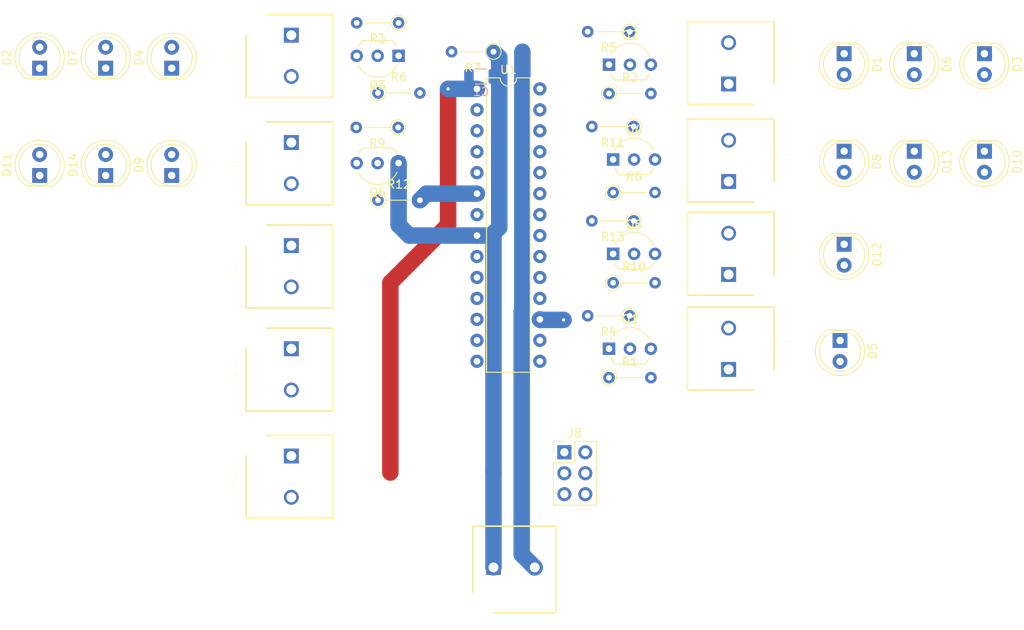
<source format=kicad_pcb>
(kicad_pcb (version 20171130) (host pcbnew "(5.1.9)-1")

  (general
    (thickness 1.6)
    (drawings 0)
    (tracks 24)
    (zones 0)
    (modules 46)
    (nets 34)
  )

  (page A4)
  (layers
    (0 F.Cu signal)
    (31 B.Cu signal)
    (32 B.Adhes user)
    (33 F.Adhes user)
    (34 B.Paste user)
    (35 F.Paste user)
    (36 B.SilkS user)
    (37 F.SilkS user)
    (38 B.Mask user)
    (39 F.Mask user)
    (40 Dwgs.User user)
    (41 Cmts.User user)
    (42 Eco1.User user)
    (43 Eco2.User user)
    (44 Edge.Cuts user)
    (45 Margin user)
    (46 B.CrtYd user)
    (47 F.CrtYd user)
    (48 B.Fab user)
    (49 F.Fab user)
  )

  (setup
    (last_trace_width 2)
    (user_trace_width 2)
    (trace_clearance 0.2)
    (zone_clearance 0.508)
    (zone_45_only no)
    (trace_min 0.2)
    (via_size 0.8)
    (via_drill 0.4)
    (via_min_size 0.4)
    (via_min_drill 0.3)
    (uvia_size 0.3)
    (uvia_drill 0.1)
    (uvias_allowed no)
    (uvia_min_size 0.2)
    (uvia_min_drill 0.1)
    (edge_width 0.05)
    (segment_width 0.2)
    (pcb_text_width 0.3)
    (pcb_text_size 1.5 1.5)
    (mod_edge_width 0.12)
    (mod_text_size 1 1)
    (mod_text_width 0.15)
    (pad_size 1.524 1.524)
    (pad_drill 0.762)
    (pad_to_mask_clearance 0)
    (aux_axis_origin 0 0)
    (visible_elements FFFFEF7F)
    (pcbplotparams
      (layerselection 0x010fc_ffffffff)
      (usegerberextensions false)
      (usegerberattributes true)
      (usegerberadvancedattributes true)
      (creategerberjobfile true)
      (excludeedgelayer true)
      (linewidth 0.100000)
      (plotframeref false)
      (viasonmask false)
      (mode 1)
      (useauxorigin false)
      (hpglpennumber 1)
      (hpglpenspeed 20)
      (hpglpendiameter 15.000000)
      (psnegative false)
      (psa4output false)
      (plotreference true)
      (plotvalue true)
      (plotinvisibletext false)
      (padsonsilk false)
      (subtractmaskfromsilk false)
      (outputformat 1)
      (mirror false)
      (drillshape 1)
      (scaleselection 1)
      (outputdirectory ""))
  )

  (net 0 "")
  (net 1 RST)
  (net 2 GND)
  (net 3 "Net-(D1-Pad1)")
  (net 4 "Net-(D1-Pad2)")
  (net 5 "Net-(D2-Pad2)")
  (net 6 "Net-(D2-Pad1)")
  (net 7 "Net-(D5-Pad1)")
  (net 8 "Net-(D5-Pad2)")
  (net 9 "Net-(D10-Pad1)")
  (net 10 "Net-(D10-Pad2)")
  (net 11 "Net-(D11-Pad1)")
  (net 12 "Net-(D11-Pad2)")
  (net 13 "Net-(D12-Pad2)")
  (net 14 "Net-(D12-Pad1)")
  (net 15 VCC)
  (net 16 MISO)
  (net 17 SCK)
  (net 18 MOSI)
  (net 19 "Net-(Q1-Pad2)")
  (net 20 "Net-(Q2-Pad2)")
  (net 21 "Net-(Q3-Pad2)")
  (net 22 "Net-(Q4-Pad2)")
  (net 23 "Net-(Q5-Pad2)")
  (net 24 "Net-(Q6-Pad2)")
  (net 25 RED_BACK)
  (net 26 RED1)
  (net 27 RED2)
  (net 28 GREEN1)
  (net 29 GREEN2)
  (net 30 GREEN_BACK)
  (net 31 BTN)
  (net 32 REED)
  (net 33 ICP1)

  (net_class Default "This is the default net class."
    (clearance 0.2)
    (trace_width 0.25)
    (via_dia 0.8)
    (via_drill 0.4)
    (uvia_dia 0.3)
    (uvia_drill 0.1)
    (add_net BTN)
    (add_net GND)
    (add_net GREEN1)
    (add_net GREEN2)
    (add_net GREEN_BACK)
    (add_net ICP1)
    (add_net MISO)
    (add_net MOSI)
    (add_net "Net-(D1-Pad1)")
    (add_net "Net-(D1-Pad2)")
    (add_net "Net-(D10-Pad1)")
    (add_net "Net-(D10-Pad2)")
    (add_net "Net-(D11-Pad1)")
    (add_net "Net-(D11-Pad2)")
    (add_net "Net-(D12-Pad1)")
    (add_net "Net-(D12-Pad2)")
    (add_net "Net-(D2-Pad1)")
    (add_net "Net-(D2-Pad2)")
    (add_net "Net-(D5-Pad1)")
    (add_net "Net-(D5-Pad2)")
    (add_net "Net-(Q1-Pad2)")
    (add_net "Net-(Q2-Pad2)")
    (add_net "Net-(Q3-Pad2)")
    (add_net "Net-(Q4-Pad2)")
    (add_net "Net-(Q5-Pad2)")
    (add_net "Net-(Q6-Pad2)")
    (add_net RED1)
    (add_net RED2)
    (add_net RED_BACK)
    (add_net REED)
    (add_net RST)
    (add_net SCK)
    (add_net VCC)
  )

  (module Capacitor_SMD:C_1206_3216Metric (layer B.Cu) (tedit 5F68FEEE) (tstamp 600A3A8A)
    (at 138.5 60.5)
    (descr "Capacitor SMD 1206 (3216 Metric), square (rectangular) end terminal, IPC_7351 nominal, (Body size source: IPC-SM-782 page 76, https://www.pcb-3d.com/wordpress/wp-content/uploads/ipc-sm-782a_amendment_1_and_2.pdf), generated with kicad-footprint-generator")
    (tags capacitor)
    (path /6018374F)
    (attr smd)
    (fp_text reference C1 (at 0 1.85 180) (layer B.SilkS)
      (effects (font (size 1 1) (thickness 0.15)) (justify mirror))
    )
    (fp_text value 100nF (at 0 -1.85 180) (layer B.Fab)
      (effects (font (size 1 1) (thickness 0.15)) (justify mirror))
    )
    (fp_line (start 2.3 -1.15) (end -2.3 -1.15) (layer B.CrtYd) (width 0.05))
    (fp_line (start 2.3 1.15) (end 2.3 -1.15) (layer B.CrtYd) (width 0.05))
    (fp_line (start -2.3 1.15) (end 2.3 1.15) (layer B.CrtYd) (width 0.05))
    (fp_line (start -2.3 -1.15) (end -2.3 1.15) (layer B.CrtYd) (width 0.05))
    (fp_line (start -0.711252 -0.91) (end 0.711252 -0.91) (layer B.SilkS) (width 0.12))
    (fp_line (start -0.711252 0.91) (end 0.711252 0.91) (layer B.SilkS) (width 0.12))
    (fp_line (start 1.6 -0.8) (end -1.6 -0.8) (layer B.Fab) (width 0.1))
    (fp_line (start 1.6 0.8) (end 1.6 -0.8) (layer B.Fab) (width 0.1))
    (fp_line (start -1.6 0.8) (end 1.6 0.8) (layer B.Fab) (width 0.1))
    (fp_line (start -1.6 -0.8) (end -1.6 0.8) (layer B.Fab) (width 0.1))
    (fp_text user %R (at 0 0 180) (layer B.Fab)
      (effects (font (size 0.8 0.8) (thickness 0.12)) (justify mirror))
    )
    (pad 1 smd roundrect (at -1.475 0) (size 1.15 1.8) (layers B.Cu B.Paste B.Mask) (roundrect_rratio 0.217391)
      (net 1 RST))
    (pad 2 smd roundrect (at 1.475 0) (size 1.15 1.8) (layers B.Cu B.Paste B.Mask) (roundrect_rratio 0.217391)
      (net 2 GND))
    (model ${KISYS3DMOD}/Capacitor_SMD.3dshapes/C_1206_3216Metric.wrl
      (at (xyz 0 0 0))
      (scale (xyz 1 1 1))
      (rotate (xyz 0 0 0))
    )
  )

  (module LED_THT:LED_D5.0mm (layer F.Cu) (tedit 5995936A) (tstamp 600A3A9C)
    (at 182.5 57.736666 270)
    (descr "LED, diameter 5.0mm, 2 pins, http://cdn-reichelt.de/documents/datenblatt/A500/LL-504BC2E-009.pdf")
    (tags "LED diameter 5.0mm 2 pins")
    (path /60148781)
    (fp_text reference D1 (at 1.27 -3.96 90) (layer F.SilkS)
      (effects (font (size 1 1) (thickness 0.15)))
    )
    (fp_text value LED (at 1.27 3.96 90) (layer F.Fab)
      (effects (font (size 1 1) (thickness 0.15)))
    )
    (fp_line (start 4.5 -3.25) (end -1.95 -3.25) (layer F.CrtYd) (width 0.05))
    (fp_line (start 4.5 3.25) (end 4.5 -3.25) (layer F.CrtYd) (width 0.05))
    (fp_line (start -1.95 3.25) (end 4.5 3.25) (layer F.CrtYd) (width 0.05))
    (fp_line (start -1.95 -3.25) (end -1.95 3.25) (layer F.CrtYd) (width 0.05))
    (fp_line (start -1.29 -1.545) (end -1.29 1.545) (layer F.SilkS) (width 0.12))
    (fp_line (start -1.23 -1.469694) (end -1.23 1.469694) (layer F.Fab) (width 0.1))
    (fp_circle (center 1.27 0) (end 3.77 0) (layer F.SilkS) (width 0.12))
    (fp_circle (center 1.27 0) (end 3.77 0) (layer F.Fab) (width 0.1))
    (fp_arc (start 1.27 0) (end -1.23 -1.469694) (angle 299.1) (layer F.Fab) (width 0.1))
    (fp_arc (start 1.27 0) (end -1.29 -1.54483) (angle 148.9) (layer F.SilkS) (width 0.12))
    (fp_arc (start 1.27 0) (end -1.29 1.54483) (angle -148.9) (layer F.SilkS) (width 0.12))
    (fp_text user %R (at 1.25 0 90) (layer F.Fab)
      (effects (font (size 0.8 0.8) (thickness 0.2)))
    )
    (pad 1 thru_hole rect (at 0 0 270) (size 1.8 1.8) (drill 0.9) (layers *.Cu *.Mask)
      (net 3 "Net-(D1-Pad1)"))
    (pad 2 thru_hole circle (at 2.54 0 270) (size 1.8 1.8) (drill 0.9) (layers *.Cu *.Mask)
      (net 4 "Net-(D1-Pad2)"))
    (model ${KISYS3DMOD}/LED_THT.3dshapes/LED_D5.0mm.wrl
      (at (xyz 0 0 0))
      (scale (xyz 1 1 1))
      (rotate (xyz 0 0 0))
    )
  )

  (module LED_THT:LED_D5.0mm (layer F.Cu) (tedit 5995936A) (tstamp 600A3AAE)
    (at 85 59.5 90)
    (descr "LED, diameter 5.0mm, 2 pins, http://cdn-reichelt.de/documents/datenblatt/A500/LL-504BC2E-009.pdf")
    (tags "LED diameter 5.0mm 2 pins")
    (path /600E9981)
    (fp_text reference D2 (at 1.27 -3.96 90) (layer F.SilkS)
      (effects (font (size 1 1) (thickness 0.15)))
    )
    (fp_text value LED (at 1.27 3.96 90) (layer F.Fab)
      (effects (font (size 1 1) (thickness 0.15)))
    )
    (fp_text user %R (at 1.25 0 90) (layer F.Fab)
      (effects (font (size 0.8 0.8) (thickness 0.2)))
    )
    (fp_arc (start 1.27 0) (end -1.29 1.54483) (angle -148.9) (layer F.SilkS) (width 0.12))
    (fp_arc (start 1.27 0) (end -1.29 -1.54483) (angle 148.9) (layer F.SilkS) (width 0.12))
    (fp_arc (start 1.27 0) (end -1.23 -1.469694) (angle 299.1) (layer F.Fab) (width 0.1))
    (fp_circle (center 1.27 0) (end 3.77 0) (layer F.Fab) (width 0.1))
    (fp_circle (center 1.27 0) (end 3.77 0) (layer F.SilkS) (width 0.12))
    (fp_line (start -1.23 -1.469694) (end -1.23 1.469694) (layer F.Fab) (width 0.1))
    (fp_line (start -1.29 -1.545) (end -1.29 1.545) (layer F.SilkS) (width 0.12))
    (fp_line (start -1.95 -3.25) (end -1.95 3.25) (layer F.CrtYd) (width 0.05))
    (fp_line (start -1.95 3.25) (end 4.5 3.25) (layer F.CrtYd) (width 0.05))
    (fp_line (start 4.5 3.25) (end 4.5 -3.25) (layer F.CrtYd) (width 0.05))
    (fp_line (start 4.5 -3.25) (end -1.95 -3.25) (layer F.CrtYd) (width 0.05))
    (pad 2 thru_hole circle (at 2.54 0 90) (size 1.8 1.8) (drill 0.9) (layers *.Cu *.Mask)
      (net 5 "Net-(D2-Pad2)"))
    (pad 1 thru_hole rect (at 0 0 90) (size 1.8 1.8) (drill 0.9) (layers *.Cu *.Mask)
      (net 6 "Net-(D2-Pad1)"))
    (model ${KISYS3DMOD}/LED_THT.3dshapes/LED_D5.0mm.wrl
      (at (xyz 0 0 0))
      (scale (xyz 1 1 1))
      (rotate (xyz 0 0 0))
    )
  )

  (module LED_THT:LED_D5.0mm (layer F.Cu) (tedit 5995936A) (tstamp 600A3AC0)
    (at 199.5 57.736666 270)
    (descr "LED, diameter 5.0mm, 2 pins, http://cdn-reichelt.de/documents/datenblatt/A500/LL-504BC2E-009.pdf")
    (tags "LED diameter 5.0mm 2 pins")
    (path /6014878B)
    (fp_text reference D3 (at 1.27 -3.96 90) (layer F.SilkS)
      (effects (font (size 1 1) (thickness 0.15)))
    )
    (fp_text value LED (at 1.27 3.96 90) (layer F.Fab)
      (effects (font (size 1 1) (thickness 0.15)))
    )
    (fp_text user %R (at 1.25 0 90) (layer F.Fab)
      (effects (font (size 0.8 0.8) (thickness 0.2)))
    )
    (fp_arc (start 1.27 0) (end -1.29 1.54483) (angle -148.9) (layer F.SilkS) (width 0.12))
    (fp_arc (start 1.27 0) (end -1.29 -1.54483) (angle 148.9) (layer F.SilkS) (width 0.12))
    (fp_arc (start 1.27 0) (end -1.23 -1.469694) (angle 299.1) (layer F.Fab) (width 0.1))
    (fp_circle (center 1.27 0) (end 3.77 0) (layer F.Fab) (width 0.1))
    (fp_circle (center 1.27 0) (end 3.77 0) (layer F.SilkS) (width 0.12))
    (fp_line (start -1.23 -1.469694) (end -1.23 1.469694) (layer F.Fab) (width 0.1))
    (fp_line (start -1.29 -1.545) (end -1.29 1.545) (layer F.SilkS) (width 0.12))
    (fp_line (start -1.95 -3.25) (end -1.95 3.25) (layer F.CrtYd) (width 0.05))
    (fp_line (start -1.95 3.25) (end 4.5 3.25) (layer F.CrtYd) (width 0.05))
    (fp_line (start 4.5 3.25) (end 4.5 -3.25) (layer F.CrtYd) (width 0.05))
    (fp_line (start 4.5 -3.25) (end -1.95 -3.25) (layer F.CrtYd) (width 0.05))
    (pad 2 thru_hole circle (at 2.54 0 270) (size 1.8 1.8) (drill 0.9) (layers *.Cu *.Mask)
      (net 4 "Net-(D1-Pad2)"))
    (pad 1 thru_hole rect (at 0 0 270) (size 1.8 1.8) (drill 0.9) (layers *.Cu *.Mask)
      (net 3 "Net-(D1-Pad1)"))
    (model ${KISYS3DMOD}/LED_THT.3dshapes/LED_D5.0mm.wrl
      (at (xyz 0 0 0))
      (scale (xyz 1 1 1))
      (rotate (xyz 0 0 0))
    )
  )

  (module LED_THT:LED_D5.0mm (layer F.Cu) (tedit 5995936A) (tstamp 600A3AD2)
    (at 101 59.5 90)
    (descr "LED, diameter 5.0mm, 2 pins, http://cdn-reichelt.de/documents/datenblatt/A500/LL-504BC2E-009.pdf")
    (tags "LED diameter 5.0mm 2 pins")
    (path /600E998B)
    (fp_text reference D4 (at 1.27 -3.96 90) (layer F.SilkS)
      (effects (font (size 1 1) (thickness 0.15)))
    )
    (fp_text value LED (at 1.27 3.96 90) (layer F.Fab)
      (effects (font (size 1 1) (thickness 0.15)))
    )
    (fp_line (start 4.5 -3.25) (end -1.95 -3.25) (layer F.CrtYd) (width 0.05))
    (fp_line (start 4.5 3.25) (end 4.5 -3.25) (layer F.CrtYd) (width 0.05))
    (fp_line (start -1.95 3.25) (end 4.5 3.25) (layer F.CrtYd) (width 0.05))
    (fp_line (start -1.95 -3.25) (end -1.95 3.25) (layer F.CrtYd) (width 0.05))
    (fp_line (start -1.29 -1.545) (end -1.29 1.545) (layer F.SilkS) (width 0.12))
    (fp_line (start -1.23 -1.469694) (end -1.23 1.469694) (layer F.Fab) (width 0.1))
    (fp_circle (center 1.27 0) (end 3.77 0) (layer F.SilkS) (width 0.12))
    (fp_circle (center 1.27 0) (end 3.77 0) (layer F.Fab) (width 0.1))
    (fp_arc (start 1.27 0) (end -1.23 -1.469694) (angle 299.1) (layer F.Fab) (width 0.1))
    (fp_arc (start 1.27 0) (end -1.29 -1.54483) (angle 148.9) (layer F.SilkS) (width 0.12))
    (fp_arc (start 1.27 0) (end -1.29 1.54483) (angle -148.9) (layer F.SilkS) (width 0.12))
    (fp_text user %R (at 1.25 0 90) (layer F.Fab)
      (effects (font (size 0.8 0.8) (thickness 0.2)))
    )
    (pad 1 thru_hole rect (at 0 0 90) (size 1.8 1.8) (drill 0.9) (layers *.Cu *.Mask)
      (net 6 "Net-(D2-Pad1)"))
    (pad 2 thru_hole circle (at 2.54 0 90) (size 1.8 1.8) (drill 0.9) (layers *.Cu *.Mask)
      (net 5 "Net-(D2-Pad2)"))
    (model ${KISYS3DMOD}/LED_THT.3dshapes/LED_D5.0mm.wrl
      (at (xyz 0 0 0))
      (scale (xyz 1 1 1))
      (rotate (xyz 0 0 0))
    )
  )

  (module LED_THT:LED_D5.0mm (layer F.Cu) (tedit 5995936A) (tstamp 600A3AE4)
    (at 182 92.5 270)
    (descr "LED, diameter 5.0mm, 2 pins, http://cdn-reichelt.de/documents/datenblatt/A500/LL-504BC2E-009.pdf")
    (tags "LED diameter 5.0mm 2 pins")
    (path /600FA023)
    (fp_text reference D5 (at 1.27 -3.96 90) (layer F.SilkS)
      (effects (font (size 1 1) (thickness 0.15)))
    )
    (fp_text value LED (at 1.27 3.96 90) (layer F.Fab)
      (effects (font (size 1 1) (thickness 0.15)))
    )
    (fp_line (start 4.5 -3.25) (end -1.95 -3.25) (layer F.CrtYd) (width 0.05))
    (fp_line (start 4.5 3.25) (end 4.5 -3.25) (layer F.CrtYd) (width 0.05))
    (fp_line (start -1.95 3.25) (end 4.5 3.25) (layer F.CrtYd) (width 0.05))
    (fp_line (start -1.95 -3.25) (end -1.95 3.25) (layer F.CrtYd) (width 0.05))
    (fp_line (start -1.29 -1.545) (end -1.29 1.545) (layer F.SilkS) (width 0.12))
    (fp_line (start -1.23 -1.469694) (end -1.23 1.469694) (layer F.Fab) (width 0.1))
    (fp_circle (center 1.27 0) (end 3.77 0) (layer F.SilkS) (width 0.12))
    (fp_circle (center 1.27 0) (end 3.77 0) (layer F.Fab) (width 0.1))
    (fp_arc (start 1.27 0) (end -1.23 -1.469694) (angle 299.1) (layer F.Fab) (width 0.1))
    (fp_arc (start 1.27 0) (end -1.29 -1.54483) (angle 148.9) (layer F.SilkS) (width 0.12))
    (fp_arc (start 1.27 0) (end -1.29 1.54483) (angle -148.9) (layer F.SilkS) (width 0.12))
    (fp_text user %R (at 1.25 0 90) (layer F.Fab)
      (effects (font (size 0.8 0.8) (thickness 0.2)))
    )
    (pad 1 thru_hole rect (at 0 0 270) (size 1.8 1.8) (drill 0.9) (layers *.Cu *.Mask)
      (net 7 "Net-(D5-Pad1)"))
    (pad 2 thru_hole circle (at 2.54 0 270) (size 1.8 1.8) (drill 0.9) (layers *.Cu *.Mask)
      (net 8 "Net-(D5-Pad2)"))
    (model ${KISYS3DMOD}/LED_THT.3dshapes/LED_D5.0mm.wrl
      (at (xyz 0 0 0))
      (scale (xyz 1 1 1))
      (rotate (xyz 0 0 0))
    )
  )

  (module LED_THT:LED_D5.0mm (layer F.Cu) (tedit 5995936A) (tstamp 600A3AF6)
    (at 191 57.736666 270)
    (descr "LED, diameter 5.0mm, 2 pins, http://cdn-reichelt.de/documents/datenblatt/A500/LL-504BC2E-009.pdf")
    (tags "LED diameter 5.0mm 2 pins")
    (path /6014879F)
    (fp_text reference D6 (at 1.27 -3.96 90) (layer F.SilkS)
      (effects (font (size 1 1) (thickness 0.15)))
    )
    (fp_text value LED (at 1.27 3.96 90) (layer F.Fab)
      (effects (font (size 1 1) (thickness 0.15)))
    )
    (fp_text user %R (at 1.25 0 90) (layer F.Fab)
      (effects (font (size 0.8 0.8) (thickness 0.2)))
    )
    (fp_arc (start 1.27 0) (end -1.29 1.54483) (angle -148.9) (layer F.SilkS) (width 0.12))
    (fp_arc (start 1.27 0) (end -1.29 -1.54483) (angle 148.9) (layer F.SilkS) (width 0.12))
    (fp_arc (start 1.27 0) (end -1.23 -1.469694) (angle 299.1) (layer F.Fab) (width 0.1))
    (fp_circle (center 1.27 0) (end 3.77 0) (layer F.Fab) (width 0.1))
    (fp_circle (center 1.27 0) (end 3.77 0) (layer F.SilkS) (width 0.12))
    (fp_line (start -1.23 -1.469694) (end -1.23 1.469694) (layer F.Fab) (width 0.1))
    (fp_line (start -1.29 -1.545) (end -1.29 1.545) (layer F.SilkS) (width 0.12))
    (fp_line (start -1.95 -3.25) (end -1.95 3.25) (layer F.CrtYd) (width 0.05))
    (fp_line (start -1.95 3.25) (end 4.5 3.25) (layer F.CrtYd) (width 0.05))
    (fp_line (start 4.5 3.25) (end 4.5 -3.25) (layer F.CrtYd) (width 0.05))
    (fp_line (start 4.5 -3.25) (end -1.95 -3.25) (layer F.CrtYd) (width 0.05))
    (pad 2 thru_hole circle (at 2.54 0 270) (size 1.8 1.8) (drill 0.9) (layers *.Cu *.Mask)
      (net 4 "Net-(D1-Pad2)"))
    (pad 1 thru_hole rect (at 0 0 270) (size 1.8 1.8) (drill 0.9) (layers *.Cu *.Mask)
      (net 3 "Net-(D1-Pad1)"))
    (model ${KISYS3DMOD}/LED_THT.3dshapes/LED_D5.0mm.wrl
      (at (xyz 0 0 0))
      (scale (xyz 1 1 1))
      (rotate (xyz 0 0 0))
    )
  )

  (module LED_THT:LED_D5.0mm (layer F.Cu) (tedit 5995936A) (tstamp 600A3B08)
    (at 93 59.5 90)
    (descr "LED, diameter 5.0mm, 2 pins, http://cdn-reichelt.de/documents/datenblatt/A500/LL-504BC2E-009.pdf")
    (tags "LED diameter 5.0mm 2 pins")
    (path /600E999F)
    (fp_text reference D7 (at 1.27 -3.96 90) (layer F.SilkS)
      (effects (font (size 1 1) (thickness 0.15)))
    )
    (fp_text value LED (at 1.27 3.96 90) (layer F.Fab)
      (effects (font (size 1 1) (thickness 0.15)))
    )
    (fp_text user %R (at 1.25 0 90) (layer F.Fab)
      (effects (font (size 0.8 0.8) (thickness 0.2)))
    )
    (fp_arc (start 1.27 0) (end -1.29 1.54483) (angle -148.9) (layer F.SilkS) (width 0.12))
    (fp_arc (start 1.27 0) (end -1.29 -1.54483) (angle 148.9) (layer F.SilkS) (width 0.12))
    (fp_arc (start 1.27 0) (end -1.23 -1.469694) (angle 299.1) (layer F.Fab) (width 0.1))
    (fp_circle (center 1.27 0) (end 3.77 0) (layer F.Fab) (width 0.1))
    (fp_circle (center 1.27 0) (end 3.77 0) (layer F.SilkS) (width 0.12))
    (fp_line (start -1.23 -1.469694) (end -1.23 1.469694) (layer F.Fab) (width 0.1))
    (fp_line (start -1.29 -1.545) (end -1.29 1.545) (layer F.SilkS) (width 0.12))
    (fp_line (start -1.95 -3.25) (end -1.95 3.25) (layer F.CrtYd) (width 0.05))
    (fp_line (start -1.95 3.25) (end 4.5 3.25) (layer F.CrtYd) (width 0.05))
    (fp_line (start 4.5 3.25) (end 4.5 -3.25) (layer F.CrtYd) (width 0.05))
    (fp_line (start 4.5 -3.25) (end -1.95 -3.25) (layer F.CrtYd) (width 0.05))
    (pad 2 thru_hole circle (at 2.54 0 90) (size 1.8 1.8) (drill 0.9) (layers *.Cu *.Mask)
      (net 5 "Net-(D2-Pad2)"))
    (pad 1 thru_hole rect (at 0 0 90) (size 1.8 1.8) (drill 0.9) (layers *.Cu *.Mask)
      (net 6 "Net-(D2-Pad1)"))
    (model ${KISYS3DMOD}/LED_THT.3dshapes/LED_D5.0mm.wrl
      (at (xyz 0 0 0))
      (scale (xyz 1 1 1))
      (rotate (xyz 0 0 0))
    )
  )

  (module LED_THT:LED_D5.0mm (layer F.Cu) (tedit 5995936A) (tstamp 600A3B1A)
    (at 182.5 69.565 270)
    (descr "LED, diameter 5.0mm, 2 pins, http://cdn-reichelt.de/documents/datenblatt/A500/LL-504BC2E-009.pdf")
    (tags "LED diameter 5.0mm 2 pins")
    (path /60154F47)
    (fp_text reference D8 (at 1.27 -3.96 90) (layer F.SilkS)
      (effects (font (size 1 1) (thickness 0.15)))
    )
    (fp_text value LED (at 1.27 3.96 90) (layer F.Fab)
      (effects (font (size 1 1) (thickness 0.15)))
    )
    (fp_line (start 4.5 -3.25) (end -1.95 -3.25) (layer F.CrtYd) (width 0.05))
    (fp_line (start 4.5 3.25) (end 4.5 -3.25) (layer F.CrtYd) (width 0.05))
    (fp_line (start -1.95 3.25) (end 4.5 3.25) (layer F.CrtYd) (width 0.05))
    (fp_line (start -1.95 -3.25) (end -1.95 3.25) (layer F.CrtYd) (width 0.05))
    (fp_line (start -1.29 -1.545) (end -1.29 1.545) (layer F.SilkS) (width 0.12))
    (fp_line (start -1.23 -1.469694) (end -1.23 1.469694) (layer F.Fab) (width 0.1))
    (fp_circle (center 1.27 0) (end 3.77 0) (layer F.SilkS) (width 0.12))
    (fp_circle (center 1.27 0) (end 3.77 0) (layer F.Fab) (width 0.1))
    (fp_arc (start 1.27 0) (end -1.23 -1.469694) (angle 299.1) (layer F.Fab) (width 0.1))
    (fp_arc (start 1.27 0) (end -1.29 -1.54483) (angle 148.9) (layer F.SilkS) (width 0.12))
    (fp_arc (start 1.27 0) (end -1.29 1.54483) (angle -148.9) (layer F.SilkS) (width 0.12))
    (fp_text user %R (at 1.25 0 90) (layer F.Fab)
      (effects (font (size 0.8 0.8) (thickness 0.2)))
    )
    (pad 1 thru_hole rect (at 0 0 270) (size 1.8 1.8) (drill 0.9) (layers *.Cu *.Mask)
      (net 9 "Net-(D10-Pad1)"))
    (pad 2 thru_hole circle (at 2.54 0 270) (size 1.8 1.8) (drill 0.9) (layers *.Cu *.Mask)
      (net 10 "Net-(D10-Pad2)"))
    (model ${KISYS3DMOD}/LED_THT.3dshapes/LED_D5.0mm.wrl
      (at (xyz 0 0 0))
      (scale (xyz 1 1 1))
      (rotate (xyz 0 0 0))
    )
  )

  (module LED_THT:LED_D5.0mm (layer F.Cu) (tedit 5995936A) (tstamp 600A3B2C)
    (at 101 72.5 90)
    (descr "LED, diameter 5.0mm, 2 pins, http://cdn-reichelt.de/documents/datenblatt/A500/LL-504BC2E-009.pdf")
    (tags "LED diameter 5.0mm 2 pins")
    (path /60154EE4)
    (fp_text reference D9 (at 1.27 -3.96 90) (layer F.SilkS)
      (effects (font (size 1 1) (thickness 0.15)))
    )
    (fp_text value LED (at 1.27 3.96 90) (layer F.Fab)
      (effects (font (size 1 1) (thickness 0.15)))
    )
    (fp_line (start 4.5 -3.25) (end -1.95 -3.25) (layer F.CrtYd) (width 0.05))
    (fp_line (start 4.5 3.25) (end 4.5 -3.25) (layer F.CrtYd) (width 0.05))
    (fp_line (start -1.95 3.25) (end 4.5 3.25) (layer F.CrtYd) (width 0.05))
    (fp_line (start -1.95 -3.25) (end -1.95 3.25) (layer F.CrtYd) (width 0.05))
    (fp_line (start -1.29 -1.545) (end -1.29 1.545) (layer F.SilkS) (width 0.12))
    (fp_line (start -1.23 -1.469694) (end -1.23 1.469694) (layer F.Fab) (width 0.1))
    (fp_circle (center 1.27 0) (end 3.77 0) (layer F.SilkS) (width 0.12))
    (fp_circle (center 1.27 0) (end 3.77 0) (layer F.Fab) (width 0.1))
    (fp_arc (start 1.27 0) (end -1.23 -1.469694) (angle 299.1) (layer F.Fab) (width 0.1))
    (fp_arc (start 1.27 0) (end -1.29 -1.54483) (angle 148.9) (layer F.SilkS) (width 0.12))
    (fp_arc (start 1.27 0) (end -1.29 1.54483) (angle -148.9) (layer F.SilkS) (width 0.12))
    (fp_text user %R (at 1.25 0 90) (layer F.Fab)
      (effects (font (size 0.8 0.8) (thickness 0.2)))
    )
    (pad 1 thru_hole rect (at 0 0 90) (size 1.8 1.8) (drill 0.9) (layers *.Cu *.Mask)
      (net 11 "Net-(D11-Pad1)"))
    (pad 2 thru_hole circle (at 2.54 0 90) (size 1.8 1.8) (drill 0.9) (layers *.Cu *.Mask)
      (net 12 "Net-(D11-Pad2)"))
    (model ${KISYS3DMOD}/LED_THT.3dshapes/LED_D5.0mm.wrl
      (at (xyz 0 0 0))
      (scale (xyz 1 1 1))
      (rotate (xyz 0 0 0))
    )
  )

  (module LED_THT:LED_D5.0mm (layer F.Cu) (tedit 5995936A) (tstamp 600A3B3E)
    (at 199.5 69.565 270)
    (descr "LED, diameter 5.0mm, 2 pins, http://cdn-reichelt.de/documents/datenblatt/A500/LL-504BC2E-009.pdf")
    (tags "LED diameter 5.0mm 2 pins")
    (path /60154F51)
    (fp_text reference D10 (at 1.27 -3.96 90) (layer F.SilkS)
      (effects (font (size 1 1) (thickness 0.15)))
    )
    (fp_text value LED (at 1.27 3.96 90) (layer F.Fab)
      (effects (font (size 1 1) (thickness 0.15)))
    )
    (fp_text user %R (at 1.25 0 90) (layer F.Fab)
      (effects (font (size 0.8 0.8) (thickness 0.2)))
    )
    (fp_arc (start 1.27 0) (end -1.29 1.54483) (angle -148.9) (layer F.SilkS) (width 0.12))
    (fp_arc (start 1.27 0) (end -1.29 -1.54483) (angle 148.9) (layer F.SilkS) (width 0.12))
    (fp_arc (start 1.27 0) (end -1.23 -1.469694) (angle 299.1) (layer F.Fab) (width 0.1))
    (fp_circle (center 1.27 0) (end 3.77 0) (layer F.Fab) (width 0.1))
    (fp_circle (center 1.27 0) (end 3.77 0) (layer F.SilkS) (width 0.12))
    (fp_line (start -1.23 -1.469694) (end -1.23 1.469694) (layer F.Fab) (width 0.1))
    (fp_line (start -1.29 -1.545) (end -1.29 1.545) (layer F.SilkS) (width 0.12))
    (fp_line (start -1.95 -3.25) (end -1.95 3.25) (layer F.CrtYd) (width 0.05))
    (fp_line (start -1.95 3.25) (end 4.5 3.25) (layer F.CrtYd) (width 0.05))
    (fp_line (start 4.5 3.25) (end 4.5 -3.25) (layer F.CrtYd) (width 0.05))
    (fp_line (start 4.5 -3.25) (end -1.95 -3.25) (layer F.CrtYd) (width 0.05))
    (pad 2 thru_hole circle (at 2.54 0 270) (size 1.8 1.8) (drill 0.9) (layers *.Cu *.Mask)
      (net 10 "Net-(D10-Pad2)"))
    (pad 1 thru_hole rect (at 0 0 270) (size 1.8 1.8) (drill 0.9) (layers *.Cu *.Mask)
      (net 9 "Net-(D10-Pad1)"))
    (model ${KISYS3DMOD}/LED_THT.3dshapes/LED_D5.0mm.wrl
      (at (xyz 0 0 0))
      (scale (xyz 1 1 1))
      (rotate (xyz 0 0 0))
    )
  )

  (module LED_THT:LED_D5.0mm (layer F.Cu) (tedit 5995936A) (tstamp 600A3B50)
    (at 85 72.5 90)
    (descr "LED, diameter 5.0mm, 2 pins, http://cdn-reichelt.de/documents/datenblatt/A500/LL-504BC2E-009.pdf")
    (tags "LED diameter 5.0mm 2 pins")
    (path /60154EEE)
    (fp_text reference D11 (at 1.27 -3.96 90) (layer F.SilkS)
      (effects (font (size 1 1) (thickness 0.15)))
    )
    (fp_text value LED (at 1.27 3.96 90) (layer F.Fab)
      (effects (font (size 1 1) (thickness 0.15)))
    )
    (fp_text user %R (at 1.25 0 90) (layer F.Fab)
      (effects (font (size 0.8 0.8) (thickness 0.2)))
    )
    (fp_arc (start 1.27 0) (end -1.29 1.54483) (angle -148.9) (layer F.SilkS) (width 0.12))
    (fp_arc (start 1.27 0) (end -1.29 -1.54483) (angle 148.9) (layer F.SilkS) (width 0.12))
    (fp_arc (start 1.27 0) (end -1.23 -1.469694) (angle 299.1) (layer F.Fab) (width 0.1))
    (fp_circle (center 1.27 0) (end 3.77 0) (layer F.Fab) (width 0.1))
    (fp_circle (center 1.27 0) (end 3.77 0) (layer F.SilkS) (width 0.12))
    (fp_line (start -1.23 -1.469694) (end -1.23 1.469694) (layer F.Fab) (width 0.1))
    (fp_line (start -1.29 -1.545) (end -1.29 1.545) (layer F.SilkS) (width 0.12))
    (fp_line (start -1.95 -3.25) (end -1.95 3.25) (layer F.CrtYd) (width 0.05))
    (fp_line (start -1.95 3.25) (end 4.5 3.25) (layer F.CrtYd) (width 0.05))
    (fp_line (start 4.5 3.25) (end 4.5 -3.25) (layer F.CrtYd) (width 0.05))
    (fp_line (start 4.5 -3.25) (end -1.95 -3.25) (layer F.CrtYd) (width 0.05))
    (pad 2 thru_hole circle (at 2.54 0 90) (size 1.8 1.8) (drill 0.9) (layers *.Cu *.Mask)
      (net 12 "Net-(D11-Pad2)"))
    (pad 1 thru_hole rect (at 0 0 90) (size 1.8 1.8) (drill 0.9) (layers *.Cu *.Mask)
      (net 11 "Net-(D11-Pad1)"))
    (model ${KISYS3DMOD}/LED_THT.3dshapes/LED_D5.0mm.wrl
      (at (xyz 0 0 0))
      (scale (xyz 1 1 1))
      (rotate (xyz 0 0 0))
    )
  )

  (module LED_THT:LED_D5.0mm (layer F.Cu) (tedit 5995936A) (tstamp 600A3B62)
    (at 182.5 80.833332 270)
    (descr "LED, diameter 5.0mm, 2 pins, http://cdn-reichelt.de/documents/datenblatt/A500/LL-504BC2E-009.pdf")
    (tags "LED diameter 5.0mm 2 pins")
    (path /600FA073)
    (fp_text reference D12 (at 1.27 -3.96 90) (layer F.SilkS)
      (effects (font (size 1 1) (thickness 0.15)))
    )
    (fp_text value LED (at 1.27 3.96 90) (layer F.Fab)
      (effects (font (size 1 1) (thickness 0.15)))
    )
    (fp_text user %R (at 1.25 0 90) (layer F.Fab)
      (effects (font (size 0.8 0.8) (thickness 0.2)))
    )
    (fp_arc (start 1.27 0) (end -1.29 1.54483) (angle -148.9) (layer F.SilkS) (width 0.12))
    (fp_arc (start 1.27 0) (end -1.29 -1.54483) (angle 148.9) (layer F.SilkS) (width 0.12))
    (fp_arc (start 1.27 0) (end -1.23 -1.469694) (angle 299.1) (layer F.Fab) (width 0.1))
    (fp_circle (center 1.27 0) (end 3.77 0) (layer F.Fab) (width 0.1))
    (fp_circle (center 1.27 0) (end 3.77 0) (layer F.SilkS) (width 0.12))
    (fp_line (start -1.23 -1.469694) (end -1.23 1.469694) (layer F.Fab) (width 0.1))
    (fp_line (start -1.29 -1.545) (end -1.29 1.545) (layer F.SilkS) (width 0.12))
    (fp_line (start -1.95 -3.25) (end -1.95 3.25) (layer F.CrtYd) (width 0.05))
    (fp_line (start -1.95 3.25) (end 4.5 3.25) (layer F.CrtYd) (width 0.05))
    (fp_line (start 4.5 3.25) (end 4.5 -3.25) (layer F.CrtYd) (width 0.05))
    (fp_line (start 4.5 -3.25) (end -1.95 -3.25) (layer F.CrtYd) (width 0.05))
    (pad 2 thru_hole circle (at 2.54 0 270) (size 1.8 1.8) (drill 0.9) (layers *.Cu *.Mask)
      (net 13 "Net-(D12-Pad2)"))
    (pad 1 thru_hole rect (at 0 0 270) (size 1.8 1.8) (drill 0.9) (layers *.Cu *.Mask)
      (net 14 "Net-(D12-Pad1)"))
    (model ${KISYS3DMOD}/LED_THT.3dshapes/LED_D5.0mm.wrl
      (at (xyz 0 0 0))
      (scale (xyz 1 1 1))
      (rotate (xyz 0 0 0))
    )
  )

  (module LED_THT:LED_D5.0mm (layer F.Cu) (tedit 5995936A) (tstamp 600A3B74)
    (at 191 69.565 270)
    (descr "LED, diameter 5.0mm, 2 pins, http://cdn-reichelt.de/documents/datenblatt/A500/LL-504BC2E-009.pdf")
    (tags "LED diameter 5.0mm 2 pins")
    (path /60154F65)
    (fp_text reference D13 (at 1.27 -3.96 90) (layer F.SilkS)
      (effects (font (size 1 1) (thickness 0.15)))
    )
    (fp_text value LED (at 1.27 3.96 90) (layer F.Fab)
      (effects (font (size 1 1) (thickness 0.15)))
    )
    (fp_line (start 4.5 -3.25) (end -1.95 -3.25) (layer F.CrtYd) (width 0.05))
    (fp_line (start 4.5 3.25) (end 4.5 -3.25) (layer F.CrtYd) (width 0.05))
    (fp_line (start -1.95 3.25) (end 4.5 3.25) (layer F.CrtYd) (width 0.05))
    (fp_line (start -1.95 -3.25) (end -1.95 3.25) (layer F.CrtYd) (width 0.05))
    (fp_line (start -1.29 -1.545) (end -1.29 1.545) (layer F.SilkS) (width 0.12))
    (fp_line (start -1.23 -1.469694) (end -1.23 1.469694) (layer F.Fab) (width 0.1))
    (fp_circle (center 1.27 0) (end 3.77 0) (layer F.SilkS) (width 0.12))
    (fp_circle (center 1.27 0) (end 3.77 0) (layer F.Fab) (width 0.1))
    (fp_arc (start 1.27 0) (end -1.23 -1.469694) (angle 299.1) (layer F.Fab) (width 0.1))
    (fp_arc (start 1.27 0) (end -1.29 -1.54483) (angle 148.9) (layer F.SilkS) (width 0.12))
    (fp_arc (start 1.27 0) (end -1.29 1.54483) (angle -148.9) (layer F.SilkS) (width 0.12))
    (fp_text user %R (at 1.25 0 90) (layer F.Fab)
      (effects (font (size 0.8 0.8) (thickness 0.2)))
    )
    (pad 1 thru_hole rect (at 0 0 270) (size 1.8 1.8) (drill 0.9) (layers *.Cu *.Mask)
      (net 9 "Net-(D10-Pad1)"))
    (pad 2 thru_hole circle (at 2.54 0 270) (size 1.8 1.8) (drill 0.9) (layers *.Cu *.Mask)
      (net 10 "Net-(D10-Pad2)"))
    (model ${KISYS3DMOD}/LED_THT.3dshapes/LED_D5.0mm.wrl
      (at (xyz 0 0 0))
      (scale (xyz 1 1 1))
      (rotate (xyz 0 0 0))
    )
  )

  (module LED_THT:LED_D5.0mm (layer F.Cu) (tedit 5995936A) (tstamp 600A3B86)
    (at 93 72.5 90)
    (descr "LED, diameter 5.0mm, 2 pins, http://cdn-reichelt.de/documents/datenblatt/A500/LL-504BC2E-009.pdf")
    (tags "LED diameter 5.0mm 2 pins")
    (path /60154F02)
    (fp_text reference D14 (at 1.27 -3.96 90) (layer F.SilkS)
      (effects (font (size 1 1) (thickness 0.15)))
    )
    (fp_text value LED (at 1.27 3.96 90) (layer F.Fab)
      (effects (font (size 1 1) (thickness 0.15)))
    )
    (fp_line (start 4.5 -3.25) (end -1.95 -3.25) (layer F.CrtYd) (width 0.05))
    (fp_line (start 4.5 3.25) (end 4.5 -3.25) (layer F.CrtYd) (width 0.05))
    (fp_line (start -1.95 3.25) (end 4.5 3.25) (layer F.CrtYd) (width 0.05))
    (fp_line (start -1.95 -3.25) (end -1.95 3.25) (layer F.CrtYd) (width 0.05))
    (fp_line (start -1.29 -1.545) (end -1.29 1.545) (layer F.SilkS) (width 0.12))
    (fp_line (start -1.23 -1.469694) (end -1.23 1.469694) (layer F.Fab) (width 0.1))
    (fp_circle (center 1.27 0) (end 3.77 0) (layer F.SilkS) (width 0.12))
    (fp_circle (center 1.27 0) (end 3.77 0) (layer F.Fab) (width 0.1))
    (fp_arc (start 1.27 0) (end -1.23 -1.469694) (angle 299.1) (layer F.Fab) (width 0.1))
    (fp_arc (start 1.27 0) (end -1.29 -1.54483) (angle 148.9) (layer F.SilkS) (width 0.12))
    (fp_arc (start 1.27 0) (end -1.29 1.54483) (angle -148.9) (layer F.SilkS) (width 0.12))
    (fp_text user %R (at 1.25 0 90) (layer F.Fab)
      (effects (font (size 0.8 0.8) (thickness 0.2)))
    )
    (pad 1 thru_hole rect (at 0 0 90) (size 1.8 1.8) (drill 0.9) (layers *.Cu *.Mask)
      (net 11 "Net-(D11-Pad1)"))
    (pad 2 thru_hole circle (at 2.54 0 90) (size 1.8 1.8) (drill 0.9) (layers *.Cu *.Mask)
      (net 12 "Net-(D11-Pad2)"))
    (model ${KISYS3DMOD}/LED_THT.3dshapes/LED_D5.0mm.wrl
      (at (xyz 0 0 0))
      (scale (xyz 1 1 1))
      (rotate (xyz 0 0 0))
    )
  )

  (module "Screw Terminal Block:ScrewTermGreenEbay" (layer F.Cu) (tedit 5EFB3C89) (tstamp 600A3B98)
    (at 168.5 96 90)
    (descr "Green screw terminal from Ebay")
    (path /60169DAC)
    (fp_text reference J1 (at 3 7 90) (layer F.SilkS)
      (effects (font (size 1 1) (thickness 0.015)))
    )
    (fp_text value ScrewTerm (at 2.5 -6.5 90) (layer F.Fab)
      (effects (font (size 1 1) (thickness 0.015)))
    )
    (fp_line (start -2.75 5.75) (end -2.75 -5.25) (layer F.CrtYd) (width 0.05))
    (fp_line (start -2.75 -5.25) (end 7.8 -5.25) (layer F.CrtYd) (width 0.05))
    (fp_line (start 7.8 -5.25) (end 7.8 5.75) (layer F.CrtYd) (width 0.05))
    (fp_line (start 7.8 5.75) (end -2.75 5.75) (layer F.CrtYd) (width 0.05))
    (fp_line (start -2.5 5.5) (end -2.5 -5) (layer F.Fab) (width 0.1))
    (fp_line (start -2.5 -5) (end 7.55 -5) (layer F.Fab) (width 0.1))
    (fp_line (start 7.55 -5) (end 7.55 5.5) (layer F.Fab) (width 0.1))
    (fp_line (start 7.55 5.5) (end -2.5 5.5) (layer F.Fab) (width 0.1))
    (fp_line (start 0 5.5) (end 7.55 5.5) (layer F.SilkS) (width 0.2))
    (fp_line (start 7.55 5.5) (end 7.55 -5) (layer F.SilkS) (width 0.2))
    (fp_line (start 7.55 -5) (end -2.5 -5) (layer F.SilkS) (width 0.2))
    (fp_line (start -2.5 -5) (end -2.5 3) (layer F.SilkS) (width 0.2))
    (pad 2 thru_hole circle (at 5 0 90) (size 1.8 1.8) (drill 1.2) (layers *.Cu *.Mask)
      (net 7 "Net-(D5-Pad1)"))
    (pad 1 thru_hole rect (at 0 0 90) (size 1.8 1.8) (drill 1.2) (layers *.Cu *.Mask)
      (net 8 "Net-(D5-Pad2)"))
    (model "D:/Dropbox/KiCad Libraries/Screw Terminal Block/Screw Terminal Block Large 2 Pin.step"
      (offset (xyz 2.54 5.18 0))
      (scale (xyz 1 1 1))
      (rotate (xyz 0 0 0))
    )
  )

  (module "Screw Terminal Block:ScrewTermGreenEbay" (layer F.Cu) (tedit 5EFB3C89) (tstamp 600A3BAA)
    (at 168.5 61.403332 90)
    (descr "Green screw terminal from Ebay")
    (path /601487A9)
    (fp_text reference J2 (at 3 7 90) (layer F.SilkS)
      (effects (font (size 1 1) (thickness 0.015)))
    )
    (fp_text value ScrewTerm (at 2.5 -6.5 90) (layer F.Fab)
      (effects (font (size 1 1) (thickness 0.015)))
    )
    (fp_line (start -2.5 -5) (end -2.5 3) (layer F.SilkS) (width 0.2))
    (fp_line (start 7.55 -5) (end -2.5 -5) (layer F.SilkS) (width 0.2))
    (fp_line (start 7.55 5.5) (end 7.55 -5) (layer F.SilkS) (width 0.2))
    (fp_line (start 0 5.5) (end 7.55 5.5) (layer F.SilkS) (width 0.2))
    (fp_line (start 7.55 5.5) (end -2.5 5.5) (layer F.Fab) (width 0.1))
    (fp_line (start 7.55 -5) (end 7.55 5.5) (layer F.Fab) (width 0.1))
    (fp_line (start -2.5 -5) (end 7.55 -5) (layer F.Fab) (width 0.1))
    (fp_line (start -2.5 5.5) (end -2.5 -5) (layer F.Fab) (width 0.1))
    (fp_line (start 7.8 5.75) (end -2.75 5.75) (layer F.CrtYd) (width 0.05))
    (fp_line (start 7.8 -5.25) (end 7.8 5.75) (layer F.CrtYd) (width 0.05))
    (fp_line (start -2.75 -5.25) (end 7.8 -5.25) (layer F.CrtYd) (width 0.05))
    (fp_line (start -2.75 5.75) (end -2.75 -5.25) (layer F.CrtYd) (width 0.05))
    (pad 1 thru_hole rect (at 0 0 90) (size 1.8 1.8) (drill 1.2) (layers *.Cu *.Mask)
      (net 4 "Net-(D1-Pad2)"))
    (pad 2 thru_hole circle (at 5 0 90) (size 1.8 1.8) (drill 1.2) (layers *.Cu *.Mask)
      (net 3 "Net-(D1-Pad1)"))
    (model "D:/Dropbox/KiCad Libraries/Screw Terminal Block/Screw Terminal Block Large 2 Pin.step"
      (offset (xyz 2.54 5.18 0))
      (scale (xyz 1 1 1))
      (rotate (xyz 0 0 0))
    )
  )

  (module "Screw Terminal Block:ScrewTermGreenEbay" (layer F.Cu) (tedit 5EFB3C89) (tstamp 600A3BBC)
    (at 115.5 55.5 270)
    (descr "Green screw terminal from Ebay")
    (path /6013BCAE)
    (fp_text reference J3 (at 3 7 90) (layer F.SilkS)
      (effects (font (size 1 1) (thickness 0.015)))
    )
    (fp_text value ScrewTerm (at 2.5 -6.5 90) (layer F.Fab)
      (effects (font (size 1 1) (thickness 0.015)))
    )
    (fp_line (start -2.5 -5) (end -2.5 3) (layer F.SilkS) (width 0.2))
    (fp_line (start 7.55 -5) (end -2.5 -5) (layer F.SilkS) (width 0.2))
    (fp_line (start 7.55 5.5) (end 7.55 -5) (layer F.SilkS) (width 0.2))
    (fp_line (start 0 5.5) (end 7.55 5.5) (layer F.SilkS) (width 0.2))
    (fp_line (start 7.55 5.5) (end -2.5 5.5) (layer F.Fab) (width 0.1))
    (fp_line (start 7.55 -5) (end 7.55 5.5) (layer F.Fab) (width 0.1))
    (fp_line (start -2.5 -5) (end 7.55 -5) (layer F.Fab) (width 0.1))
    (fp_line (start -2.5 5.5) (end -2.5 -5) (layer F.Fab) (width 0.1))
    (fp_line (start 7.8 5.75) (end -2.75 5.75) (layer F.CrtYd) (width 0.05))
    (fp_line (start 7.8 -5.25) (end 7.8 5.75) (layer F.CrtYd) (width 0.05))
    (fp_line (start -2.75 -5.25) (end 7.8 -5.25) (layer F.CrtYd) (width 0.05))
    (fp_line (start -2.75 5.75) (end -2.75 -5.25) (layer F.CrtYd) (width 0.05))
    (pad 1 thru_hole rect (at 0 0 270) (size 1.8 1.8) (drill 1.2) (layers *.Cu *.Mask)
      (net 5 "Net-(D2-Pad2)"))
    (pad 2 thru_hole circle (at 5 0 270) (size 1.8 1.8) (drill 1.2) (layers *.Cu *.Mask)
      (net 6 "Net-(D2-Pad1)"))
    (model "D:/Dropbox/KiCad Libraries/Screw Terminal Block/Screw Terminal Block Large 2 Pin.step"
      (offset (xyz 2.54 5.18 0))
      (scale (xyz 1 1 1))
      (rotate (xyz 0 0 0))
    )
  )

  (module "Screw Terminal Block:ScrewTermGreenEbay" (layer F.Cu) (tedit 5EFB3C89) (tstamp 600A3BCE)
    (at 140 120)
    (descr "Green screw terminal from Ebay")
    (path /6017A702)
    (fp_text reference J4 (at 3 7) (layer F.SilkS)
      (effects (font (size 1 1) (thickness 0.015)))
    )
    (fp_text value Power (at 2.5 -6.5) (layer F.Fab)
      (effects (font (size 1 1) (thickness 0.015)))
    )
    (fp_line (start -2.75 5.75) (end -2.75 -5.25) (layer F.CrtYd) (width 0.05))
    (fp_line (start -2.75 -5.25) (end 7.8 -5.25) (layer F.CrtYd) (width 0.05))
    (fp_line (start 7.8 -5.25) (end 7.8 5.75) (layer F.CrtYd) (width 0.05))
    (fp_line (start 7.8 5.75) (end -2.75 5.75) (layer F.CrtYd) (width 0.05))
    (fp_line (start -2.5 5.5) (end -2.5 -5) (layer F.Fab) (width 0.1))
    (fp_line (start -2.5 -5) (end 7.55 -5) (layer F.Fab) (width 0.1))
    (fp_line (start 7.55 -5) (end 7.55 5.5) (layer F.Fab) (width 0.1))
    (fp_line (start 7.55 5.5) (end -2.5 5.5) (layer F.Fab) (width 0.1))
    (fp_line (start 0 5.5) (end 7.55 5.5) (layer F.SilkS) (width 0.2))
    (fp_line (start 7.55 5.5) (end 7.55 -5) (layer F.SilkS) (width 0.2))
    (fp_line (start 7.55 -5) (end -2.5 -5) (layer F.SilkS) (width 0.2))
    (fp_line (start -2.5 -5) (end -2.5 3) (layer F.SilkS) (width 0.2))
    (pad 2 thru_hole circle (at 5 0) (size 1.8 1.8) (drill 1.2) (layers *.Cu *.Mask)
      (net 15 VCC))
    (pad 1 thru_hole rect (at 0 0) (size 1.8 1.8) (drill 1.2) (layers *.Cu *.Mask)
      (net 2 GND))
    (model "D:/Dropbox/KiCad Libraries/Screw Terminal Block/Screw Terminal Block Large 2 Pin.step"
      (offset (xyz 2.54 5.18 0))
      (scale (xyz 1 1 1))
      (rotate (xyz 0 0 0))
    )
  )

  (module "Screw Terminal Block:ScrewTermGreenEbay" (layer F.Cu) (tedit 5EFB3C89) (tstamp 600A3BE0)
    (at 168.5 73.231666 90)
    (descr "Green screw terminal from Ebay")
    (path /60154F6F)
    (fp_text reference J5 (at 3 7 90) (layer F.SilkS)
      (effects (font (size 1 1) (thickness 0.015)))
    )
    (fp_text value ScrewTerm (at 2.5 -6.5 90) (layer F.Fab)
      (effects (font (size 1 1) (thickness 0.015)))
    )
    (fp_line (start -2.75 5.75) (end -2.75 -5.25) (layer F.CrtYd) (width 0.05))
    (fp_line (start -2.75 -5.25) (end 7.8 -5.25) (layer F.CrtYd) (width 0.05))
    (fp_line (start 7.8 -5.25) (end 7.8 5.75) (layer F.CrtYd) (width 0.05))
    (fp_line (start 7.8 5.75) (end -2.75 5.75) (layer F.CrtYd) (width 0.05))
    (fp_line (start -2.5 5.5) (end -2.5 -5) (layer F.Fab) (width 0.1))
    (fp_line (start -2.5 -5) (end 7.55 -5) (layer F.Fab) (width 0.1))
    (fp_line (start 7.55 -5) (end 7.55 5.5) (layer F.Fab) (width 0.1))
    (fp_line (start 7.55 5.5) (end -2.5 5.5) (layer F.Fab) (width 0.1))
    (fp_line (start 0 5.5) (end 7.55 5.5) (layer F.SilkS) (width 0.2))
    (fp_line (start 7.55 5.5) (end 7.55 -5) (layer F.SilkS) (width 0.2))
    (fp_line (start 7.55 -5) (end -2.5 -5) (layer F.SilkS) (width 0.2))
    (fp_line (start -2.5 -5) (end -2.5 3) (layer F.SilkS) (width 0.2))
    (pad 2 thru_hole circle (at 5 0 90) (size 1.8 1.8) (drill 1.2) (layers *.Cu *.Mask)
      (net 9 "Net-(D10-Pad1)"))
    (pad 1 thru_hole rect (at 0 0 90) (size 1.8 1.8) (drill 1.2) (layers *.Cu *.Mask)
      (net 10 "Net-(D10-Pad2)"))
    (model "D:/Dropbox/KiCad Libraries/Screw Terminal Block/Screw Terminal Block Large 2 Pin.step"
      (offset (xyz 2.54 5.18 0))
      (scale (xyz 1 1 1))
      (rotate (xyz 0 0 0))
    )
  )

  (module "Screw Terminal Block:ScrewTermGreenEbay" (layer F.Cu) (tedit 5EFB3C89) (tstamp 600A3BF2)
    (at 115.5 68.5 270)
    (descr "Green screw terminal from Ebay")
    (path /60154F0C)
    (fp_text reference J6 (at 3 7 90) (layer F.SilkS)
      (effects (font (size 1 1) (thickness 0.015)))
    )
    (fp_text value ScrewTerm (at 2.5 -6.5 90) (layer F.Fab)
      (effects (font (size 1 1) (thickness 0.015)))
    )
    (fp_line (start -2.75 5.75) (end -2.75 -5.25) (layer F.CrtYd) (width 0.05))
    (fp_line (start -2.75 -5.25) (end 7.8 -5.25) (layer F.CrtYd) (width 0.05))
    (fp_line (start 7.8 -5.25) (end 7.8 5.75) (layer F.CrtYd) (width 0.05))
    (fp_line (start 7.8 5.75) (end -2.75 5.75) (layer F.CrtYd) (width 0.05))
    (fp_line (start -2.5 5.5) (end -2.5 -5) (layer F.Fab) (width 0.1))
    (fp_line (start -2.5 -5) (end 7.55 -5) (layer F.Fab) (width 0.1))
    (fp_line (start 7.55 -5) (end 7.55 5.5) (layer F.Fab) (width 0.1))
    (fp_line (start 7.55 5.5) (end -2.5 5.5) (layer F.Fab) (width 0.1))
    (fp_line (start 0 5.5) (end 7.55 5.5) (layer F.SilkS) (width 0.2))
    (fp_line (start 7.55 5.5) (end 7.55 -5) (layer F.SilkS) (width 0.2))
    (fp_line (start 7.55 -5) (end -2.5 -5) (layer F.SilkS) (width 0.2))
    (fp_line (start -2.5 -5) (end -2.5 3) (layer F.SilkS) (width 0.2))
    (pad 2 thru_hole circle (at 5 0 270) (size 1.8 1.8) (drill 1.2) (layers *.Cu *.Mask)
      (net 11 "Net-(D11-Pad1)"))
    (pad 1 thru_hole rect (at 0 0 270) (size 1.8 1.8) (drill 1.2) (layers *.Cu *.Mask)
      (net 12 "Net-(D11-Pad2)"))
    (model "D:/Dropbox/KiCad Libraries/Screw Terminal Block/Screw Terminal Block Large 2 Pin.step"
      (offset (xyz 2.54 5.18 0))
      (scale (xyz 1 1 1))
      (rotate (xyz 0 0 0))
    )
  )

  (module "Screw Terminal Block:ScrewTermGreenEbay" (layer F.Cu) (tedit 5EFB3C89) (tstamp 600A3C04)
    (at 168.5 84.5 90)
    (descr "Green screw terminal from Ebay")
    (path /6016B0E9)
    (fp_text reference J7 (at 3 7 90) (layer F.SilkS)
      (effects (font (size 1 1) (thickness 0.015)))
    )
    (fp_text value ScrewTerm (at 2.5 -6.5 90) (layer F.Fab)
      (effects (font (size 1 1) (thickness 0.015)))
    )
    (fp_line (start -2.5 -5) (end -2.5 3) (layer F.SilkS) (width 0.2))
    (fp_line (start 7.55 -5) (end -2.5 -5) (layer F.SilkS) (width 0.2))
    (fp_line (start 7.55 5.5) (end 7.55 -5) (layer F.SilkS) (width 0.2))
    (fp_line (start 0 5.5) (end 7.55 5.5) (layer F.SilkS) (width 0.2))
    (fp_line (start 7.55 5.5) (end -2.5 5.5) (layer F.Fab) (width 0.1))
    (fp_line (start 7.55 -5) (end 7.55 5.5) (layer F.Fab) (width 0.1))
    (fp_line (start -2.5 -5) (end 7.55 -5) (layer F.Fab) (width 0.1))
    (fp_line (start -2.5 5.5) (end -2.5 -5) (layer F.Fab) (width 0.1))
    (fp_line (start 7.8 5.75) (end -2.75 5.75) (layer F.CrtYd) (width 0.05))
    (fp_line (start 7.8 -5.25) (end 7.8 5.75) (layer F.CrtYd) (width 0.05))
    (fp_line (start -2.75 -5.25) (end 7.8 -5.25) (layer F.CrtYd) (width 0.05))
    (fp_line (start -2.75 5.75) (end -2.75 -5.25) (layer F.CrtYd) (width 0.05))
    (pad 1 thru_hole rect (at 0 0 90) (size 1.8 1.8) (drill 1.2) (layers *.Cu *.Mask)
      (net 13 "Net-(D12-Pad2)"))
    (pad 2 thru_hole circle (at 5 0 90) (size 1.8 1.8) (drill 1.2) (layers *.Cu *.Mask)
      (net 14 "Net-(D12-Pad1)"))
    (model "D:/Dropbox/KiCad Libraries/Screw Terminal Block/Screw Terminal Block Large 2 Pin.step"
      (offset (xyz 2.54 5.18 0))
      (scale (xyz 1 1 1))
      (rotate (xyz 0 0 0))
    )
  )

  (module Resistor_THT:R_Axial_DIN0204_L3.6mm_D1.6mm_P5.08mm_Vertical (layer F.Cu) (tedit 5AE5139B) (tstamp 600A3C99)
    (at 154 97)
    (descr "Resistor, Axial_DIN0204 series, Axial, Vertical, pin pitch=5.08mm, 0.167W, length*diameter=3.6*1.6mm^2, http://cdn-reichelt.de/documents/datenblatt/B400/1_4W%23YAG.pdf")
    (tags "Resistor Axial_DIN0204 series Axial Vertical pin pitch 5.08mm 0.167W length 3.6mm diameter 1.6mm")
    (path /600F9CD3)
    (fp_text reference R1 (at 2.54 -1.92) (layer F.SilkS)
      (effects (font (size 1 1) (thickness 0.15)))
    )
    (fp_text value 200 (at 2.54 1.92) (layer F.Fab)
      (effects (font (size 1 1) (thickness 0.15)))
    )
    (fp_line (start 6.03 -1.05) (end -1.05 -1.05) (layer F.CrtYd) (width 0.05))
    (fp_line (start 6.03 1.05) (end 6.03 -1.05) (layer F.CrtYd) (width 0.05))
    (fp_line (start -1.05 1.05) (end 6.03 1.05) (layer F.CrtYd) (width 0.05))
    (fp_line (start -1.05 -1.05) (end -1.05 1.05) (layer F.CrtYd) (width 0.05))
    (fp_line (start 0.92 0) (end 4.08 0) (layer F.SilkS) (width 0.12))
    (fp_line (start 0 0) (end 5.08 0) (layer F.Fab) (width 0.1))
    (fp_circle (center 0 0) (end 0.92 0) (layer F.SilkS) (width 0.12))
    (fp_circle (center 0 0) (end 0.8 0) (layer F.Fab) (width 0.1))
    (fp_text user %R (at 2.54 -1.92) (layer F.Fab)
      (effects (font (size 1 1) (thickness 0.15)))
    )
    (pad 1 thru_hole circle (at 0 0) (size 1.4 1.4) (drill 0.7) (layers *.Cu *.Mask)
      (net 15 VCC))
    (pad 2 thru_hole oval (at 5.08 0) (size 1.4 1.4) (drill 0.7) (layers *.Cu *.Mask)
      (net 8 "Net-(D5-Pad2)"))
    (model ${KISYS3DMOD}/Resistor_THT.3dshapes/R_Axial_DIN0204_L3.6mm_D1.6mm_P5.08mm_Vertical.wrl
      (at (xyz 0 0 0))
      (scale (xyz 1 1 1))
      (rotate (xyz 0 0 0))
    )
  )

  (module Resistor_THT:R_Axial_DIN0204_L3.6mm_D1.6mm_P5.08mm_Vertical (layer F.Cu) (tedit 5AE5139B) (tstamp 600A3CA8)
    (at 154 62.57)
    (descr "Resistor, Axial_DIN0204 series, Axial, Vertical, pin pitch=5.08mm, 0.167W, length*diameter=3.6*1.6mm^2, http://cdn-reichelt.de/documents/datenblatt/B400/1_4W%23YAG.pdf")
    (tags "Resistor Axial_DIN0204 series Axial Vertical pin pitch 5.08mm 0.167W length 3.6mm diameter 1.6mm")
    (path /601484F5)
    (fp_text reference R2 (at 2.54 -1.92) (layer F.SilkS)
      (effects (font (size 1 1) (thickness 0.15)))
    )
    (fp_text value 51 (at 2.54 1.92) (layer F.Fab)
      (effects (font (size 1 1) (thickness 0.15)))
    )
    (fp_line (start 6.03 -1.05) (end -1.05 -1.05) (layer F.CrtYd) (width 0.05))
    (fp_line (start 6.03 1.05) (end 6.03 -1.05) (layer F.CrtYd) (width 0.05))
    (fp_line (start -1.05 1.05) (end 6.03 1.05) (layer F.CrtYd) (width 0.05))
    (fp_line (start -1.05 -1.05) (end -1.05 1.05) (layer F.CrtYd) (width 0.05))
    (fp_line (start 0.92 0) (end 4.08 0) (layer F.SilkS) (width 0.12))
    (fp_line (start 0 0) (end 5.08 0) (layer F.Fab) (width 0.1))
    (fp_circle (center 0 0) (end 0.92 0) (layer F.SilkS) (width 0.12))
    (fp_circle (center 0 0) (end 0.8 0) (layer F.Fab) (width 0.1))
    (fp_text user %R (at 2.54 -1.92) (layer F.Fab)
      (effects (font (size 1 1) (thickness 0.15)))
    )
    (pad 1 thru_hole circle (at 0 0) (size 1.4 1.4) (drill 0.7) (layers *.Cu *.Mask)
      (net 15 VCC))
    (pad 2 thru_hole oval (at 5.08 0) (size 1.4 1.4) (drill 0.7) (layers *.Cu *.Mask)
      (net 4 "Net-(D1-Pad2)"))
    (model ${KISYS3DMOD}/Resistor_THT.3dshapes/R_Axial_DIN0204_L3.6mm_D1.6mm_P5.08mm_Vertical.wrl
      (at (xyz 0 0 0))
      (scale (xyz 1 1 1))
      (rotate (xyz 0 0 0))
    )
  )

  (module Resistor_THT:R_Axial_DIN0204_L3.6mm_D1.6mm_P5.08mm_Vertical (layer F.Cu) (tedit 5AE5139B) (tstamp 600A3CB7)
    (at 128.5 54 180)
    (descr "Resistor, Axial_DIN0204 series, Axial, Vertical, pin pitch=5.08mm, 0.167W, length*diameter=3.6*1.6mm^2, http://cdn-reichelt.de/documents/datenblatt/B400/1_4W%23YAG.pdf")
    (tags "Resistor Axial_DIN0204 series Axial Vertical pin pitch 5.08mm 0.167W length 3.6mm diameter 1.6mm")
    (path /600E977B)
    (fp_text reference R3 (at 2.54 -1.92) (layer F.SilkS)
      (effects (font (size 1 1) (thickness 0.15)))
    )
    (fp_text value 51 (at 2.54 1.92) (layer F.Fab)
      (effects (font (size 1 1) (thickness 0.15)))
    )
    (fp_text user %R (at 2.54 -1.92) (layer F.Fab)
      (effects (font (size 1 1) (thickness 0.15)))
    )
    (fp_circle (center 0 0) (end 0.8 0) (layer F.Fab) (width 0.1))
    (fp_circle (center 0 0) (end 0.92 0) (layer F.SilkS) (width 0.12))
    (fp_line (start 0 0) (end 5.08 0) (layer F.Fab) (width 0.1))
    (fp_line (start 0.92 0) (end 4.08 0) (layer F.SilkS) (width 0.12))
    (fp_line (start -1.05 -1.05) (end -1.05 1.05) (layer F.CrtYd) (width 0.05))
    (fp_line (start -1.05 1.05) (end 6.03 1.05) (layer F.CrtYd) (width 0.05))
    (fp_line (start 6.03 1.05) (end 6.03 -1.05) (layer F.CrtYd) (width 0.05))
    (fp_line (start 6.03 -1.05) (end -1.05 -1.05) (layer F.CrtYd) (width 0.05))
    (pad 2 thru_hole oval (at 5.08 0 180) (size 1.4 1.4) (drill 0.7) (layers *.Cu *.Mask)
      (net 5 "Net-(D2-Pad2)"))
    (pad 1 thru_hole circle (at 0 0 180) (size 1.4 1.4) (drill 0.7) (layers *.Cu *.Mask)
      (net 15 VCC))
    (model ${KISYS3DMOD}/Resistor_THT.3dshapes/R_Axial_DIN0204_L3.6mm_D1.6mm_P5.08mm_Vertical.wrl
      (at (xyz 0 0 0))
      (scale (xyz 1 1 1))
      (rotate (xyz 0 0 0))
    )
  )

  (module Resistor_THT:R_Axial_DIN0204_L3.6mm_D1.6mm_P5.08mm_Vertical (layer F.Cu) (tedit 5AE5139B) (tstamp 600A3CC6)
    (at 156.5 89.5 180)
    (descr "Resistor, Axial_DIN0204 series, Axial, Vertical, pin pitch=5.08mm, 0.167W, length*diameter=3.6*1.6mm^2, http://cdn-reichelt.de/documents/datenblatt/B400/1_4W%23YAG.pdf")
    (tags "Resistor Axial_DIN0204 series Axial Vertical pin pitch 5.08mm 0.167W length 3.6mm diameter 1.6mm")
    (path /600F9FF9)
    (fp_text reference R4 (at 2.54 -1.92) (layer F.SilkS)
      (effects (font (size 1 1) (thickness 0.15)))
    )
    (fp_text value 4k (at 2.54 1.92) (layer F.Fab)
      (effects (font (size 1 1) (thickness 0.15)))
    )
    (fp_line (start 6.03 -1.05) (end -1.05 -1.05) (layer F.CrtYd) (width 0.05))
    (fp_line (start 6.03 1.05) (end 6.03 -1.05) (layer F.CrtYd) (width 0.05))
    (fp_line (start -1.05 1.05) (end 6.03 1.05) (layer F.CrtYd) (width 0.05))
    (fp_line (start -1.05 -1.05) (end -1.05 1.05) (layer F.CrtYd) (width 0.05))
    (fp_line (start 0.92 0) (end 4.08 0) (layer F.SilkS) (width 0.12))
    (fp_line (start 0 0) (end 5.08 0) (layer F.Fab) (width 0.1))
    (fp_circle (center 0 0) (end 0.92 0) (layer F.SilkS) (width 0.12))
    (fp_circle (center 0 0) (end 0.8 0) (layer F.Fab) (width 0.1))
    (fp_text user %R (at 2.54 -1.92) (layer F.Fab)
      (effects (font (size 1 1) (thickness 0.15)))
    )
    (pad 1 thru_hole circle (at 0 0 180) (size 1.4 1.4) (drill 0.7) (layers *.Cu *.Mask)
      (net 19 "Net-(Q1-Pad2)"))
    (pad 2 thru_hole oval (at 5.08 0 180) (size 1.4 1.4) (drill 0.7) (layers *.Cu *.Mask)
      (net 25 RED_BACK))
    (model ${KISYS3DMOD}/Resistor_THT.3dshapes/R_Axial_DIN0204_L3.6mm_D1.6mm_P5.08mm_Vertical.wrl
      (at (xyz 0 0 0))
      (scale (xyz 1 1 1))
      (rotate (xyz 0 0 0))
    )
  )

  (module Resistor_THT:R_Axial_DIN0204_L3.6mm_D1.6mm_P5.08mm_Vertical (layer F.Cu) (tedit 5AE5139B) (tstamp 600A3CD5)
    (at 156.5 55.07 180)
    (descr "Resistor, Axial_DIN0204 series, Axial, Vertical, pin pitch=5.08mm, 0.167W, length*diameter=3.6*1.6mm^2, http://cdn-reichelt.de/documents/datenblatt/B400/1_4W%23YAG.pdf")
    (tags "Resistor Axial_DIN0204 series Axial Vertical pin pitch 5.08mm 0.167W length 3.6mm diameter 1.6mm")
    (path /60148775)
    (fp_text reference R5 (at 2.54 -1.92) (layer F.SilkS)
      (effects (font (size 1 1) (thickness 0.15)))
    )
    (fp_text value 4k (at 2.54 1.92) (layer F.Fab)
      (effects (font (size 1 1) (thickness 0.15)))
    )
    (fp_text user %R (at 2.54 -1.92) (layer F.Fab)
      (effects (font (size 1 1) (thickness 0.15)))
    )
    (fp_circle (center 0 0) (end 0.8 0) (layer F.Fab) (width 0.1))
    (fp_circle (center 0 0) (end 0.92 0) (layer F.SilkS) (width 0.12))
    (fp_line (start 0 0) (end 5.08 0) (layer F.Fab) (width 0.1))
    (fp_line (start 0.92 0) (end 4.08 0) (layer F.SilkS) (width 0.12))
    (fp_line (start -1.05 -1.05) (end -1.05 1.05) (layer F.CrtYd) (width 0.05))
    (fp_line (start -1.05 1.05) (end 6.03 1.05) (layer F.CrtYd) (width 0.05))
    (fp_line (start 6.03 1.05) (end 6.03 -1.05) (layer F.CrtYd) (width 0.05))
    (fp_line (start 6.03 -1.05) (end -1.05 -1.05) (layer F.CrtYd) (width 0.05))
    (pad 2 thru_hole oval (at 5.08 0 180) (size 1.4 1.4) (drill 0.7) (layers *.Cu *.Mask)
      (net 26 RED1))
    (pad 1 thru_hole circle (at 0 0 180) (size 1.4 1.4) (drill 0.7) (layers *.Cu *.Mask)
      (net 20 "Net-(Q2-Pad2)"))
    (model ${KISYS3DMOD}/Resistor_THT.3dshapes/R_Axial_DIN0204_L3.6mm_D1.6mm_P5.08mm_Vertical.wrl
      (at (xyz 0 0 0))
      (scale (xyz 1 1 1))
      (rotate (xyz 0 0 0))
    )
  )

  (module Resistor_THT:R_Axial_DIN0204_L3.6mm_D1.6mm_P5.08mm_Vertical (layer F.Cu) (tedit 5AE5139B) (tstamp 600A3CE4)
    (at 126 62.5)
    (descr "Resistor, Axial_DIN0204 series, Axial, Vertical, pin pitch=5.08mm, 0.167W, length*diameter=3.6*1.6mm^2, http://cdn-reichelt.de/documents/datenblatt/B400/1_4W%23YAG.pdf")
    (tags "Resistor Axial_DIN0204 series Axial Vertical pin pitch 5.08mm 0.167W length 3.6mm diameter 1.6mm")
    (path /600E9975)
    (fp_text reference R6 (at 2.54 -1.92) (layer F.SilkS)
      (effects (font (size 1 1) (thickness 0.15)))
    )
    (fp_text value 4k (at 2.54 1.92) (layer F.Fab)
      (effects (font (size 1 1) (thickness 0.15)))
    )
    (fp_line (start 6.03 -1.05) (end -1.05 -1.05) (layer F.CrtYd) (width 0.05))
    (fp_line (start 6.03 1.05) (end 6.03 -1.05) (layer F.CrtYd) (width 0.05))
    (fp_line (start -1.05 1.05) (end 6.03 1.05) (layer F.CrtYd) (width 0.05))
    (fp_line (start -1.05 -1.05) (end -1.05 1.05) (layer F.CrtYd) (width 0.05))
    (fp_line (start 0.92 0) (end 4.08 0) (layer F.SilkS) (width 0.12))
    (fp_line (start 0 0) (end 5.08 0) (layer F.Fab) (width 0.1))
    (fp_circle (center 0 0) (end 0.92 0) (layer F.SilkS) (width 0.12))
    (fp_circle (center 0 0) (end 0.8 0) (layer F.Fab) (width 0.1))
    (fp_text user %R (at 2.54 -1.92) (layer F.Fab)
      (effects (font (size 1 1) (thickness 0.15)))
    )
    (pad 1 thru_hole circle (at 0 0) (size 1.4 1.4) (drill 0.7) (layers *.Cu *.Mask)
      (net 21 "Net-(Q3-Pad2)"))
    (pad 2 thru_hole oval (at 5.08 0) (size 1.4 1.4) (drill 0.7) (layers *.Cu *.Mask)
      (net 27 RED2))
    (model ${KISYS3DMOD}/Resistor_THT.3dshapes/R_Axial_DIN0204_L3.6mm_D1.6mm_P5.08mm_Vertical.wrl
      (at (xyz 0 0 0))
      (scale (xyz 1 1 1))
      (rotate (xyz 0 0 0))
    )
  )

  (module Resistor_THT:R_Axial_DIN0204_L3.6mm_D1.6mm_P5.08mm_Vertical (layer F.Cu) (tedit 5AE5139B) (tstamp 600A3CF3)
    (at 140 57.5 180)
    (descr "Resistor, Axial_DIN0204 series, Axial, Vertical, pin pitch=5.08mm, 0.167W, length*diameter=3.6*1.6mm^2, http://cdn-reichelt.de/documents/datenblatt/B400/1_4W%23YAG.pdf")
    (tags "Resistor Axial_DIN0204 series Axial Vertical pin pitch 5.08mm 0.167W length 3.6mm diameter 1.6mm")
    (path /60182AFF)
    (fp_text reference R7 (at 2.54 -1.92) (layer F.SilkS)
      (effects (font (size 1 1) (thickness 0.15)))
    )
    (fp_text value 10k (at 2.54 1.92) (layer F.Fab)
      (effects (font (size 1 1) (thickness 0.15)))
    )
    (fp_text user %R (at 2.54 -1.92) (layer F.Fab)
      (effects (font (size 1 1) (thickness 0.15)))
    )
    (fp_circle (center 0 0) (end 0.8 0) (layer F.Fab) (width 0.1))
    (fp_circle (center 0 0) (end 0.92 0) (layer F.SilkS) (width 0.12))
    (fp_line (start 0 0) (end 5.08 0) (layer F.Fab) (width 0.1))
    (fp_line (start 0.92 0) (end 4.08 0) (layer F.SilkS) (width 0.12))
    (fp_line (start -1.05 -1.05) (end -1.05 1.05) (layer F.CrtYd) (width 0.05))
    (fp_line (start -1.05 1.05) (end 6.03 1.05) (layer F.CrtYd) (width 0.05))
    (fp_line (start 6.03 1.05) (end 6.03 -1.05) (layer F.CrtYd) (width 0.05))
    (fp_line (start 6.03 -1.05) (end -1.05 -1.05) (layer F.CrtYd) (width 0.05))
    (pad 2 thru_hole oval (at 5.08 0 180) (size 1.4 1.4) (drill 0.7) (layers *.Cu *.Mask)
      (net 1 RST))
    (pad 1 thru_hole circle (at 0 0 180) (size 1.4 1.4) (drill 0.7) (layers *.Cu *.Mask)
      (net 2 GND))
    (model ${KISYS3DMOD}/Resistor_THT.3dshapes/R_Axial_DIN0204_L3.6mm_D1.6mm_P5.08mm_Vertical.wrl
      (at (xyz 0 0 0))
      (scale (xyz 1 1 1))
      (rotate (xyz 0 0 0))
    )
  )

  (module Resistor_THT:R_Axial_DIN0204_L3.6mm_D1.6mm_P5.08mm_Vertical (layer F.Cu) (tedit 5AE5139B) (tstamp 600A3D02)
    (at 154.5 74.565)
    (descr "Resistor, Axial_DIN0204 series, Axial, Vertical, pin pitch=5.08mm, 0.167W, length*diameter=3.6*1.6mm^2, http://cdn-reichelt.de/documents/datenblatt/B400/1_4W%23YAG.pdf")
    (tags "Resistor Axial_DIN0204 series Axial Vertical pin pitch 5.08mm 0.167W length 3.6mm diameter 1.6mm")
    (path /60154F27)
    (fp_text reference R8 (at 2.54 -1.92) (layer F.SilkS)
      (effects (font (size 1 1) (thickness 0.15)))
    )
    (fp_text value 51 (at 2.54 1.92) (layer F.Fab)
      (effects (font (size 1 1) (thickness 0.15)))
    )
    (fp_line (start 6.03 -1.05) (end -1.05 -1.05) (layer F.CrtYd) (width 0.05))
    (fp_line (start 6.03 1.05) (end 6.03 -1.05) (layer F.CrtYd) (width 0.05))
    (fp_line (start -1.05 1.05) (end 6.03 1.05) (layer F.CrtYd) (width 0.05))
    (fp_line (start -1.05 -1.05) (end -1.05 1.05) (layer F.CrtYd) (width 0.05))
    (fp_line (start 0.92 0) (end 4.08 0) (layer F.SilkS) (width 0.12))
    (fp_line (start 0 0) (end 5.08 0) (layer F.Fab) (width 0.1))
    (fp_circle (center 0 0) (end 0.92 0) (layer F.SilkS) (width 0.12))
    (fp_circle (center 0 0) (end 0.8 0) (layer F.Fab) (width 0.1))
    (fp_text user %R (at 2.54 -1.92) (layer F.Fab)
      (effects (font (size 1 1) (thickness 0.15)))
    )
    (pad 1 thru_hole circle (at 0 0) (size 1.4 1.4) (drill 0.7) (layers *.Cu *.Mask)
      (net 15 VCC))
    (pad 2 thru_hole oval (at 5.08 0) (size 1.4 1.4) (drill 0.7) (layers *.Cu *.Mask)
      (net 10 "Net-(D10-Pad2)"))
    (model ${KISYS3DMOD}/Resistor_THT.3dshapes/R_Axial_DIN0204_L3.6mm_D1.6mm_P5.08mm_Vertical.wrl
      (at (xyz 0 0 0))
      (scale (xyz 1 1 1))
      (rotate (xyz 0 0 0))
    )
  )

  (module Resistor_THT:R_Axial_DIN0204_L3.6mm_D1.6mm_P5.08mm_Vertical (layer F.Cu) (tedit 5AE5139B) (tstamp 600A3D11)
    (at 128.45 66.675 180)
    (descr "Resistor, Axial_DIN0204 series, Axial, Vertical, pin pitch=5.08mm, 0.167W, length*diameter=3.6*1.6mm^2, http://cdn-reichelt.de/documents/datenblatt/B400/1_4W%23YAG.pdf")
    (tags "Resistor Axial_DIN0204 series Axial Vertical pin pitch 5.08mm 0.167W length 3.6mm diameter 1.6mm")
    (path /60154BAA)
    (fp_text reference R9 (at 2.54 -1.92) (layer F.SilkS)
      (effects (font (size 1 1) (thickness 0.15)))
    )
    (fp_text value 51 (at 2.54 1.92) (layer F.Fab)
      (effects (font (size 1 1) (thickness 0.15)))
    )
    (fp_line (start 6.03 -1.05) (end -1.05 -1.05) (layer F.CrtYd) (width 0.05))
    (fp_line (start 6.03 1.05) (end 6.03 -1.05) (layer F.CrtYd) (width 0.05))
    (fp_line (start -1.05 1.05) (end 6.03 1.05) (layer F.CrtYd) (width 0.05))
    (fp_line (start -1.05 -1.05) (end -1.05 1.05) (layer F.CrtYd) (width 0.05))
    (fp_line (start 0.92 0) (end 4.08 0) (layer F.SilkS) (width 0.12))
    (fp_line (start 0 0) (end 5.08 0) (layer F.Fab) (width 0.1))
    (fp_circle (center 0 0) (end 0.92 0) (layer F.SilkS) (width 0.12))
    (fp_circle (center 0 0) (end 0.8 0) (layer F.Fab) (width 0.1))
    (fp_text user %R (at 2.54 -1.92) (layer F.Fab)
      (effects (font (size 1 1) (thickness 0.15)))
    )
    (pad 1 thru_hole circle (at 0 0 180) (size 1.4 1.4) (drill 0.7) (layers *.Cu *.Mask)
      (net 15 VCC))
    (pad 2 thru_hole oval (at 5.08 0 180) (size 1.4 1.4) (drill 0.7) (layers *.Cu *.Mask)
      (net 12 "Net-(D11-Pad2)"))
    (model ${KISYS3DMOD}/Resistor_THT.3dshapes/R_Axial_DIN0204_L3.6mm_D1.6mm_P5.08mm_Vertical.wrl
      (at (xyz 0 0 0))
      (scale (xyz 1 1 1))
      (rotate (xyz 0 0 0))
    )
  )

  (module Resistor_THT:R_Axial_DIN0204_L3.6mm_D1.6mm_P5.08mm_Vertical (layer F.Cu) (tedit 5AE5139B) (tstamp 600A3D20)
    (at 154.5 85.5)
    (descr "Resistor, Axial_DIN0204 series, Axial, Vertical, pin pitch=5.08mm, 0.167W, length*diameter=3.6*1.6mm^2, http://cdn-reichelt.de/documents/datenblatt/B400/1_4W%23YAG.pdf")
    (tags "Resistor Axial_DIN0204 series Axial Vertical pin pitch 5.08mm 0.167W length 3.6mm diameter 1.6mm")
    (path /600FA035)
    (fp_text reference R10 (at 2.54 -1.92) (layer F.SilkS)
      (effects (font (size 1 1) (thickness 0.15)))
    )
    (fp_text value 200 (at 2.54 1.92) (layer F.Fab)
      (effects (font (size 1 1) (thickness 0.15)))
    )
    (fp_text user %R (at 2.54 -1.92) (layer F.Fab)
      (effects (font (size 1 1) (thickness 0.15)))
    )
    (fp_circle (center 0 0) (end 0.8 0) (layer F.Fab) (width 0.1))
    (fp_circle (center 0 0) (end 0.92 0) (layer F.SilkS) (width 0.12))
    (fp_line (start 0 0) (end 5.08 0) (layer F.Fab) (width 0.1))
    (fp_line (start 0.92 0) (end 4.08 0) (layer F.SilkS) (width 0.12))
    (fp_line (start -1.05 -1.05) (end -1.05 1.05) (layer F.CrtYd) (width 0.05))
    (fp_line (start -1.05 1.05) (end 6.03 1.05) (layer F.CrtYd) (width 0.05))
    (fp_line (start 6.03 1.05) (end 6.03 -1.05) (layer F.CrtYd) (width 0.05))
    (fp_line (start 6.03 -1.05) (end -1.05 -1.05) (layer F.CrtYd) (width 0.05))
    (pad 2 thru_hole oval (at 5.08 0) (size 1.4 1.4) (drill 0.7) (layers *.Cu *.Mask)
      (net 13 "Net-(D12-Pad2)"))
    (pad 1 thru_hole circle (at 0 0) (size 1.4 1.4) (drill 0.7) (layers *.Cu *.Mask)
      (net 15 VCC))
    (model ${KISYS3DMOD}/Resistor_THT.3dshapes/R_Axial_DIN0204_L3.6mm_D1.6mm_P5.08mm_Vertical.wrl
      (at (xyz 0 0 0))
      (scale (xyz 1 1 1))
      (rotate (xyz 0 0 0))
    )
  )

  (module Resistor_THT:R_Axial_DIN0204_L3.6mm_D1.6mm_P5.08mm_Vertical (layer F.Cu) (tedit 5AE5139B) (tstamp 600A3D2F)
    (at 157 66.565 180)
    (descr "Resistor, Axial_DIN0204 series, Axial, Vertical, pin pitch=5.08mm, 0.167W, length*diameter=3.6*1.6mm^2, http://cdn-reichelt.de/documents/datenblatt/B400/1_4W%23YAG.pdf")
    (tags "Resistor Axial_DIN0204 series Axial Vertical pin pitch 5.08mm 0.167W length 3.6mm diameter 1.6mm")
    (path /60154F3B)
    (fp_text reference R11 (at 2.54 -1.92) (layer F.SilkS)
      (effects (font (size 1 1) (thickness 0.15)))
    )
    (fp_text value 4k (at 2.54 1.92) (layer F.Fab)
      (effects (font (size 1 1) (thickness 0.15)))
    )
    (fp_text user %R (at 2.54 -1.92) (layer F.Fab)
      (effects (font (size 1 1) (thickness 0.15)))
    )
    (fp_circle (center 0 0) (end 0.8 0) (layer F.Fab) (width 0.1))
    (fp_circle (center 0 0) (end 0.92 0) (layer F.SilkS) (width 0.12))
    (fp_line (start 0 0) (end 5.08 0) (layer F.Fab) (width 0.1))
    (fp_line (start 0.92 0) (end 4.08 0) (layer F.SilkS) (width 0.12))
    (fp_line (start -1.05 -1.05) (end -1.05 1.05) (layer F.CrtYd) (width 0.05))
    (fp_line (start -1.05 1.05) (end 6.03 1.05) (layer F.CrtYd) (width 0.05))
    (fp_line (start 6.03 1.05) (end 6.03 -1.05) (layer F.CrtYd) (width 0.05))
    (fp_line (start 6.03 -1.05) (end -1.05 -1.05) (layer F.CrtYd) (width 0.05))
    (pad 2 thru_hole oval (at 5.08 0 180) (size 1.4 1.4) (drill 0.7) (layers *.Cu *.Mask)
      (net 28 GREEN1))
    (pad 1 thru_hole circle (at 0 0 180) (size 1.4 1.4) (drill 0.7) (layers *.Cu *.Mask)
      (net 22 "Net-(Q4-Pad2)"))
    (model ${KISYS3DMOD}/Resistor_THT.3dshapes/R_Axial_DIN0204_L3.6mm_D1.6mm_P5.08mm_Vertical.wrl
      (at (xyz 0 0 0))
      (scale (xyz 1 1 1))
      (rotate (xyz 0 0 0))
    )
  )

  (module Resistor_THT:R_Axial_DIN0204_L3.6mm_D1.6mm_P5.08mm_Vertical (layer F.Cu) (tedit 5AE5139B) (tstamp 600A3D3E)
    (at 126 75.5)
    (descr "Resistor, Axial_DIN0204 series, Axial, Vertical, pin pitch=5.08mm, 0.167W, length*diameter=3.6*1.6mm^2, http://cdn-reichelt.de/documents/datenblatt/B400/1_4W%23YAG.pdf")
    (tags "Resistor Axial_DIN0204 series Axial Vertical pin pitch 5.08mm 0.167W length 3.6mm diameter 1.6mm")
    (path /60154ED8)
    (fp_text reference R12 (at 2.54 -1.92) (layer F.SilkS)
      (effects (font (size 1 1) (thickness 0.15)))
    )
    (fp_text value 4k (at 2.54 1.92) (layer F.Fab)
      (effects (font (size 1 1) (thickness 0.15)))
    )
    (fp_text user %R (at 2.54 -1.92) (layer F.Fab)
      (effects (font (size 1 1) (thickness 0.15)))
    )
    (fp_circle (center 0 0) (end 0.8 0) (layer F.Fab) (width 0.1))
    (fp_circle (center 0 0) (end 0.92 0) (layer F.SilkS) (width 0.12))
    (fp_line (start 0 0) (end 5.08 0) (layer F.Fab) (width 0.1))
    (fp_line (start 0.92 0) (end 4.08 0) (layer F.SilkS) (width 0.12))
    (fp_line (start -1.05 -1.05) (end -1.05 1.05) (layer F.CrtYd) (width 0.05))
    (fp_line (start -1.05 1.05) (end 6.03 1.05) (layer F.CrtYd) (width 0.05))
    (fp_line (start 6.03 1.05) (end 6.03 -1.05) (layer F.CrtYd) (width 0.05))
    (fp_line (start 6.03 -1.05) (end -1.05 -1.05) (layer F.CrtYd) (width 0.05))
    (pad 2 thru_hole oval (at 5.08 0) (size 1.4 1.4) (drill 0.7) (layers *.Cu *.Mask)
      (net 29 GREEN2))
    (pad 1 thru_hole circle (at 0 0) (size 1.4 1.4) (drill 0.7) (layers *.Cu *.Mask)
      (net 23 "Net-(Q5-Pad2)"))
    (model ${KISYS3DMOD}/Resistor_THT.3dshapes/R_Axial_DIN0204_L3.6mm_D1.6mm_P5.08mm_Vertical.wrl
      (at (xyz 0 0 0))
      (scale (xyz 1 1 1))
      (rotate (xyz 0 0 0))
    )
  )

  (module Resistor_THT:R_Axial_DIN0204_L3.6mm_D1.6mm_P5.08mm_Vertical (layer F.Cu) (tedit 5AE5139B) (tstamp 600A3D4D)
    (at 157 78 180)
    (descr "Resistor, Axial_DIN0204 series, Axial, Vertical, pin pitch=5.08mm, 0.167W, length*diameter=3.6*1.6mm^2, http://cdn-reichelt.de/documents/datenblatt/B400/1_4W%23YAG.pdf")
    (tags "Resistor Axial_DIN0204 series Axial Vertical pin pitch 5.08mm 0.167W length 3.6mm diameter 1.6mm")
    (path /600FA049)
    (fp_text reference R13 (at 2.54 -1.92) (layer F.SilkS)
      (effects (font (size 1 1) (thickness 0.15)))
    )
    (fp_text value 4k (at 2.54 1.92) (layer F.Fab)
      (effects (font (size 1 1) (thickness 0.15)))
    )
    (fp_line (start 6.03 -1.05) (end -1.05 -1.05) (layer F.CrtYd) (width 0.05))
    (fp_line (start 6.03 1.05) (end 6.03 -1.05) (layer F.CrtYd) (width 0.05))
    (fp_line (start -1.05 1.05) (end 6.03 1.05) (layer F.CrtYd) (width 0.05))
    (fp_line (start -1.05 -1.05) (end -1.05 1.05) (layer F.CrtYd) (width 0.05))
    (fp_line (start 0.92 0) (end 4.08 0) (layer F.SilkS) (width 0.12))
    (fp_line (start 0 0) (end 5.08 0) (layer F.Fab) (width 0.1))
    (fp_circle (center 0 0) (end 0.92 0) (layer F.SilkS) (width 0.12))
    (fp_circle (center 0 0) (end 0.8 0) (layer F.Fab) (width 0.1))
    (fp_text user %R (at 2.54 -1.92) (layer F.Fab)
      (effects (font (size 1 1) (thickness 0.15)))
    )
    (pad 1 thru_hole circle (at 0 0 180) (size 1.4 1.4) (drill 0.7) (layers *.Cu *.Mask)
      (net 24 "Net-(Q6-Pad2)"))
    (pad 2 thru_hole oval (at 5.08 0 180) (size 1.4 1.4) (drill 0.7) (layers *.Cu *.Mask)
      (net 30 GREEN_BACK))
    (model ${KISYS3DMOD}/Resistor_THT.3dshapes/R_Axial_DIN0204_L3.6mm_D1.6mm_P5.08mm_Vertical.wrl
      (at (xyz 0 0 0))
      (scale (xyz 1 1 1))
      (rotate (xyz 0 0 0))
    )
  )

  (module "Screw Terminal Block:ScrewTermGreenEbay" (layer F.Cu) (tedit 5EFB3C89) (tstamp 600A3D5F)
    (at 115.5 93.5 270)
    (descr "Green screw terminal from Ebay")
    (path /601767AA)
    (fp_text reference SW1 (at 3 7 90) (layer F.SilkS)
      (effects (font (size 1 1) (thickness 0.015)))
    )
    (fp_text value SW_Push (at 2.5 -6.5 90) (layer F.Fab)
      (effects (font (size 1 1) (thickness 0.015)))
    )
    (fp_line (start -2.75 5.75) (end -2.75 -5.25) (layer F.CrtYd) (width 0.05))
    (fp_line (start -2.75 -5.25) (end 7.8 -5.25) (layer F.CrtYd) (width 0.05))
    (fp_line (start 7.8 -5.25) (end 7.8 5.75) (layer F.CrtYd) (width 0.05))
    (fp_line (start 7.8 5.75) (end -2.75 5.75) (layer F.CrtYd) (width 0.05))
    (fp_line (start -2.5 5.5) (end -2.5 -5) (layer F.Fab) (width 0.1))
    (fp_line (start -2.5 -5) (end 7.55 -5) (layer F.Fab) (width 0.1))
    (fp_line (start 7.55 -5) (end 7.55 5.5) (layer F.Fab) (width 0.1))
    (fp_line (start 7.55 5.5) (end -2.5 5.5) (layer F.Fab) (width 0.1))
    (fp_line (start 0 5.5) (end 7.55 5.5) (layer F.SilkS) (width 0.2))
    (fp_line (start 7.55 5.5) (end 7.55 -5) (layer F.SilkS) (width 0.2))
    (fp_line (start 7.55 -5) (end -2.5 -5) (layer F.SilkS) (width 0.2))
    (fp_line (start -2.5 -5) (end -2.5 3) (layer F.SilkS) (width 0.2))
    (pad 2 thru_hole circle (at 5 0 270) (size 1.8 1.8) (drill 1.2) (layers *.Cu *.Mask)
      (net 2 GND))
    (pad 1 thru_hole rect (at 0 0 270) (size 1.8 1.8) (drill 1.2) (layers *.Cu *.Mask)
      (net 31 BTN))
    (model "D:/Dropbox/KiCad Libraries/Screw Terminal Block/Screw Terminal Block Large 2 Pin.step"
      (offset (xyz 2.54 5.18 0))
      (scale (xyz 1 1 1))
      (rotate (xyz 0 0 0))
    )
  )

  (module "Screw Terminal Block:ScrewTermGreenEbay" (layer F.Cu) (tedit 5EFB3C89) (tstamp 600A3D71)
    (at 115.5 106.5 270)
    (descr "Green screw terminal from Ebay")
    (path /60178767)
    (fp_text reference SW2 (at 3 7 90) (layer F.SilkS)
      (effects (font (size 1 1) (thickness 0.015)))
    )
    (fp_text value SW_Reed (at 2.5 -6.5 90) (layer F.Fab)
      (effects (font (size 1 1) (thickness 0.015)))
    )
    (fp_line (start -2.5 -5) (end -2.5 3) (layer F.SilkS) (width 0.2))
    (fp_line (start 7.55 -5) (end -2.5 -5) (layer F.SilkS) (width 0.2))
    (fp_line (start 7.55 5.5) (end 7.55 -5) (layer F.SilkS) (width 0.2))
    (fp_line (start 0 5.5) (end 7.55 5.5) (layer F.SilkS) (width 0.2))
    (fp_line (start 7.55 5.5) (end -2.5 5.5) (layer F.Fab) (width 0.1))
    (fp_line (start 7.55 -5) (end 7.55 5.5) (layer F.Fab) (width 0.1))
    (fp_line (start -2.5 -5) (end 7.55 -5) (layer F.Fab) (width 0.1))
    (fp_line (start -2.5 5.5) (end -2.5 -5) (layer F.Fab) (width 0.1))
    (fp_line (start 7.8 5.75) (end -2.75 5.75) (layer F.CrtYd) (width 0.05))
    (fp_line (start 7.8 -5.25) (end 7.8 5.75) (layer F.CrtYd) (width 0.05))
    (fp_line (start -2.75 -5.25) (end 7.8 -5.25) (layer F.CrtYd) (width 0.05))
    (fp_line (start -2.75 5.75) (end -2.75 -5.25) (layer F.CrtYd) (width 0.05))
    (pad 1 thru_hole rect (at 0 0 270) (size 1.8 1.8) (drill 1.2) (layers *.Cu *.Mask)
      (net 32 REED))
    (pad 2 thru_hole circle (at 5 0 270) (size 1.8 1.8) (drill 1.2) (layers *.Cu *.Mask)
      (net 2 GND))
    (model "D:/Dropbox/KiCad Libraries/Screw Terminal Block/Screw Terminal Block Large 2 Pin.step"
      (offset (xyz 2.54 5.18 0))
      (scale (xyz 1 1 1))
      (rotate (xyz 0 0 0))
    )
  )

  (module Package_DIP:DIP-28_W7.62mm (layer F.Cu) (tedit 5A02E8C5) (tstamp 600A3DA1)
    (at 138 62)
    (descr "28-lead though-hole mounted DIP package, row spacing 7.62 mm (300 mils)")
    (tags "THT DIP DIL PDIP 2.54mm 7.62mm 300mil")
    (path /6008B148)
    (fp_text reference U1 (at 3.81 -2.33) (layer F.SilkS)
      (effects (font (size 1 1) (thickness 0.15)))
    )
    (fp_text value ATmega328P-PU (at 3.81 35.35) (layer F.Fab)
      (effects (font (size 1 1) (thickness 0.15)))
    )
    (fp_line (start 8.7 -1.55) (end -1.1 -1.55) (layer F.CrtYd) (width 0.05))
    (fp_line (start 8.7 34.55) (end 8.7 -1.55) (layer F.CrtYd) (width 0.05))
    (fp_line (start -1.1 34.55) (end 8.7 34.55) (layer F.CrtYd) (width 0.05))
    (fp_line (start -1.1 -1.55) (end -1.1 34.55) (layer F.CrtYd) (width 0.05))
    (fp_line (start 6.46 -1.33) (end 4.81 -1.33) (layer F.SilkS) (width 0.12))
    (fp_line (start 6.46 34.35) (end 6.46 -1.33) (layer F.SilkS) (width 0.12))
    (fp_line (start 1.16 34.35) (end 6.46 34.35) (layer F.SilkS) (width 0.12))
    (fp_line (start 1.16 -1.33) (end 1.16 34.35) (layer F.SilkS) (width 0.12))
    (fp_line (start 2.81 -1.33) (end 1.16 -1.33) (layer F.SilkS) (width 0.12))
    (fp_line (start 0.635 -0.27) (end 1.635 -1.27) (layer F.Fab) (width 0.1))
    (fp_line (start 0.635 34.29) (end 0.635 -0.27) (layer F.Fab) (width 0.1))
    (fp_line (start 6.985 34.29) (end 0.635 34.29) (layer F.Fab) (width 0.1))
    (fp_line (start 6.985 -1.27) (end 6.985 34.29) (layer F.Fab) (width 0.1))
    (fp_line (start 1.635 -1.27) (end 6.985 -1.27) (layer F.Fab) (width 0.1))
    (fp_arc (start 3.81 -1.33) (end 2.81 -1.33) (angle -180) (layer F.SilkS) (width 0.12))
    (fp_text user %R (at 3.81 16.51) (layer F.Fab)
      (effects (font (size 1 1) (thickness 0.15)))
    )
    (pad 1 thru_hole rect (at 0 0) (size 1.6 1.6) (drill 0.8) (layers *.Cu *.Mask)
      (net 1 RST))
    (pad 15 thru_hole oval (at 7.62 33.02) (size 1.6 1.6) (drill 0.8) (layers *.Cu *.Mask))
    (pad 2 thru_hole oval (at 0 2.54) (size 1.6 1.6) (drill 0.8) (layers *.Cu *.Mask)
      (net 26 RED1))
    (pad 16 thru_hole oval (at 7.62 30.48) (size 1.6 1.6) (drill 0.8) (layers *.Cu *.Mask))
    (pad 3 thru_hole oval (at 0 5.08) (size 1.6 1.6) (drill 0.8) (layers *.Cu *.Mask)
      (net 27 RED2))
    (pad 17 thru_hole oval (at 7.62 27.94) (size 1.6 1.6) (drill 0.8) (layers *.Cu *.Mask)
      (net 18 MOSI))
    (pad 4 thru_hole oval (at 0 7.62) (size 1.6 1.6) (drill 0.8) (layers *.Cu *.Mask)
      (net 25 RED_BACK))
    (pad 18 thru_hole oval (at 7.62 25.4) (size 1.6 1.6) (drill 0.8) (layers *.Cu *.Mask)
      (net 16 MISO))
    (pad 5 thru_hole oval (at 0 10.16) (size 1.6 1.6) (drill 0.8) (layers *.Cu *.Mask)
      (net 28 GREEN1))
    (pad 19 thru_hole oval (at 7.62 22.86) (size 1.6 1.6) (drill 0.8) (layers *.Cu *.Mask)
      (net 17 SCK))
    (pad 6 thru_hole oval (at 0 12.7) (size 1.6 1.6) (drill 0.8) (layers *.Cu *.Mask)
      (net 29 GREEN2))
    (pad 20 thru_hole oval (at 7.62 20.32) (size 1.6 1.6) (drill 0.8) (layers *.Cu *.Mask))
    (pad 7 thru_hole oval (at 0 15.24) (size 1.6 1.6) (drill 0.8) (layers *.Cu *.Mask)
      (net 15 VCC))
    (pad 21 thru_hole oval (at 7.62 17.78) (size 1.6 1.6) (drill 0.8) (layers *.Cu *.Mask))
    (pad 8 thru_hole oval (at 0 17.78) (size 1.6 1.6) (drill 0.8) (layers *.Cu *.Mask)
      (net 2 GND))
    (pad 22 thru_hole oval (at 7.62 15.24) (size 1.6 1.6) (drill 0.8) (layers *.Cu *.Mask)
      (net 2 GND))
    (pad 9 thru_hole oval (at 0 20.32) (size 1.6 1.6) (drill 0.8) (layers *.Cu *.Mask))
    (pad 23 thru_hole oval (at 7.62 12.7) (size 1.6 1.6) (drill 0.8) (layers *.Cu *.Mask))
    (pad 10 thru_hole oval (at 0 22.86) (size 1.6 1.6) (drill 0.8) (layers *.Cu *.Mask))
    (pad 24 thru_hole oval (at 7.62 10.16) (size 1.6 1.6) (drill 0.8) (layers *.Cu *.Mask))
    (pad 11 thru_hole oval (at 0 25.4) (size 1.6 1.6) (drill 0.8) (layers *.Cu *.Mask)
      (net 30 GREEN_BACK))
    (pad 25 thru_hole oval (at 7.62 7.62) (size 1.6 1.6) (drill 0.8) (layers *.Cu *.Mask))
    (pad 12 thru_hole oval (at 0 27.94) (size 1.6 1.6) (drill 0.8) (layers *.Cu *.Mask)
      (net 31 BTN))
    (pad 26 thru_hole oval (at 7.62 5.08) (size 1.6 1.6) (drill 0.8) (layers *.Cu *.Mask))
    (pad 13 thru_hole oval (at 0 30.48) (size 1.6 1.6) (drill 0.8) (layers *.Cu *.Mask)
      (net 32 REED))
    (pad 27 thru_hole oval (at 7.62 2.54) (size 1.6 1.6) (drill 0.8) (layers *.Cu *.Mask))
    (pad 14 thru_hole oval (at 0 33.02) (size 1.6 1.6) (drill 0.8) (layers *.Cu *.Mask)
      (net 33 ICP1))
    (pad 28 thru_hole oval (at 7.62 0) (size 1.6 1.6) (drill 0.8) (layers *.Cu *.Mask))
    (model ${KISYS3DMOD}/Package_DIP.3dshapes/DIP-28_W7.62mm.wrl
      (at (xyz 0 0 0))
      (scale (xyz 1 1 1))
      (rotate (xyz 0 0 0))
    )
  )

  (module "Screw Terminal Block:ScrewTermGreenEbay" (layer F.Cu) (tedit 5EFB3C89) (tstamp 600A3DB3)
    (at 115.5 81 270)
    (descr "Green screw terminal from Ebay")
    (path /600A4A23)
    (fp_text reference U2 (at 3 7 90) (layer F.SilkS)
      (effects (font (size 1 1) (thickness 0.015)))
    )
    (fp_text value IR (at 2.5 -6.5 90) (layer F.Fab)
      (effects (font (size 1 1) (thickness 0.015)))
    )
    (fp_line (start -2.5 -5) (end -2.5 3) (layer F.SilkS) (width 0.2))
    (fp_line (start 7.55 -5) (end -2.5 -5) (layer F.SilkS) (width 0.2))
    (fp_line (start 7.55 5.5) (end 7.55 -5) (layer F.SilkS) (width 0.2))
    (fp_line (start 0 5.5) (end 7.55 5.5) (layer F.SilkS) (width 0.2))
    (fp_line (start 7.55 5.5) (end -2.5 5.5) (layer F.Fab) (width 0.1))
    (fp_line (start 7.55 -5) (end 7.55 5.5) (layer F.Fab) (width 0.1))
    (fp_line (start -2.5 -5) (end 7.55 -5) (layer F.Fab) (width 0.1))
    (fp_line (start -2.5 5.5) (end -2.5 -5) (layer F.Fab) (width 0.1))
    (fp_line (start 7.8 5.75) (end -2.75 5.75) (layer F.CrtYd) (width 0.05))
    (fp_line (start 7.8 -5.25) (end 7.8 5.75) (layer F.CrtYd) (width 0.05))
    (fp_line (start -2.75 -5.25) (end 7.8 -5.25) (layer F.CrtYd) (width 0.05))
    (fp_line (start -2.75 5.75) (end -2.75 -5.25) (layer F.CrtYd) (width 0.05))
    (pad 1 thru_hole rect (at 0 0 270) (size 1.8 1.8) (drill 1.2) (layers *.Cu *.Mask)
      (net 33 ICP1))
    (pad 2 thru_hole circle (at 5 0 270) (size 1.8 1.8) (drill 1.2) (layers *.Cu *.Mask)
      (net 2 GND))
    (model "D:/Dropbox/KiCad Libraries/Screw Terminal Block/Screw Terminal Block Large 2 Pin.step"
      (offset (xyz 2.54 5.18 0))
      (scale (xyz 1 1 1))
      (rotate (xyz 0 0 0))
    )
  )

  (module Connector_PinHeader_2.54mm:PinHeader_2x03_P2.54mm_Vertical (layer F.Cu) (tedit 59FED5CC) (tstamp 600A5074)
    (at 148.59 106.045)
    (descr "Through hole straight pin header, 2x03, 2.54mm pitch, double rows")
    (tags "Through hole pin header THT 2x03 2.54mm double row")
    (path /60105663)
    (fp_text reference J8 (at 1.27 -2.33) (layer F.SilkS)
      (effects (font (size 1 1) (thickness 0.15)))
    )
    (fp_text value Conn_02x03_Odd_Even (at 1.27 7.41) (layer F.Fab)
      (effects (font (size 1 1) (thickness 0.15)))
    )
    (fp_line (start 4.35 -1.8) (end -1.8 -1.8) (layer F.CrtYd) (width 0.05))
    (fp_line (start 4.35 6.85) (end 4.35 -1.8) (layer F.CrtYd) (width 0.05))
    (fp_line (start -1.8 6.85) (end 4.35 6.85) (layer F.CrtYd) (width 0.05))
    (fp_line (start -1.8 -1.8) (end -1.8 6.85) (layer F.CrtYd) (width 0.05))
    (fp_line (start -1.33 -1.33) (end 0 -1.33) (layer F.SilkS) (width 0.12))
    (fp_line (start -1.33 0) (end -1.33 -1.33) (layer F.SilkS) (width 0.12))
    (fp_line (start 1.27 -1.33) (end 3.87 -1.33) (layer F.SilkS) (width 0.12))
    (fp_line (start 1.27 1.27) (end 1.27 -1.33) (layer F.SilkS) (width 0.12))
    (fp_line (start -1.33 1.27) (end 1.27 1.27) (layer F.SilkS) (width 0.12))
    (fp_line (start 3.87 -1.33) (end 3.87 6.41) (layer F.SilkS) (width 0.12))
    (fp_line (start -1.33 1.27) (end -1.33 6.41) (layer F.SilkS) (width 0.12))
    (fp_line (start -1.33 6.41) (end 3.87 6.41) (layer F.SilkS) (width 0.12))
    (fp_line (start -1.27 0) (end 0 -1.27) (layer F.Fab) (width 0.1))
    (fp_line (start -1.27 6.35) (end -1.27 0) (layer F.Fab) (width 0.1))
    (fp_line (start 3.81 6.35) (end -1.27 6.35) (layer F.Fab) (width 0.1))
    (fp_line (start 3.81 -1.27) (end 3.81 6.35) (layer F.Fab) (width 0.1))
    (fp_line (start 0 -1.27) (end 3.81 -1.27) (layer F.Fab) (width 0.1))
    (fp_text user %R (at 1.27 2.54 90) (layer F.Fab)
      (effects (font (size 1 1) (thickness 0.15)))
    )
    (pad 1 thru_hole rect (at 0 0) (size 1.7 1.7) (drill 1) (layers *.Cu *.Mask)
      (net 16 MISO))
    (pad 2 thru_hole oval (at 2.54 0) (size 1.7 1.7) (drill 1) (layers *.Cu *.Mask)
      (net 15 VCC))
    (pad 3 thru_hole oval (at 0 2.54) (size 1.7 1.7) (drill 1) (layers *.Cu *.Mask)
      (net 17 SCK))
    (pad 4 thru_hole oval (at 2.54 2.54) (size 1.7 1.7) (drill 1) (layers *.Cu *.Mask)
      (net 18 MOSI))
    (pad 5 thru_hole oval (at 0 5.08) (size 1.7 1.7) (drill 1) (layers *.Cu *.Mask)
      (net 1 RST))
    (pad 6 thru_hole oval (at 2.54 5.08) (size 1.7 1.7) (drill 1) (layers *.Cu *.Mask)
      (net 2 GND))
    (model ${KISYS3DMOD}/Connector_PinHeader_2.54mm.3dshapes/PinHeader_2x03_P2.54mm_Vertical.wrl
      (at (xyz 0 0 0))
      (scale (xyz 1 1 1))
      (rotate (xyz 0 0 0))
    )
  )

  (module Package_TO_SOT_THT:TO-92_Inline_Wide (layer F.Cu) (tedit 5A02FF81) (tstamp 600A671E)
    (at 154 93.5)
    (descr "TO-92 leads in-line, wide, drill 0.75mm (see NXP sot054_po.pdf)")
    (tags "to-92 sc-43 sc-43a sot54 PA33 transistor")
    (path /600FA019)
    (fp_text reference Q1 (at 2.54 -3.56) (layer F.SilkS)
      (effects (font (size 1 1) (thickness 0.15)))
    )
    (fp_text value PN2222A (at 2.54 2.79) (layer F.Fab)
      (effects (font (size 1 1) (thickness 0.15)))
    )
    (fp_arc (start 2.54 0) (end 4.34 1.85) (angle -20) (layer F.SilkS) (width 0.12))
    (fp_arc (start 2.54 0) (end 2.54 -2.48) (angle -135) (layer F.Fab) (width 0.1))
    (fp_arc (start 2.54 0) (end 2.54 -2.48) (angle 135) (layer F.Fab) (width 0.1))
    (fp_arc (start 2.54 0) (end 2.54 -2.6) (angle 65) (layer F.SilkS) (width 0.12))
    (fp_arc (start 2.54 0) (end 2.54 -2.6) (angle -65) (layer F.SilkS) (width 0.12))
    (fp_arc (start 2.54 0) (end 0.74 1.85) (angle 20) (layer F.SilkS) (width 0.12))
    (fp_text user %R (at 2.54 0) (layer F.Fab)
      (effects (font (size 1 1) (thickness 0.15)))
    )
    (fp_line (start 0.74 1.85) (end 4.34 1.85) (layer F.SilkS) (width 0.12))
    (fp_line (start 0.8 1.75) (end 4.3 1.75) (layer F.Fab) (width 0.1))
    (fp_line (start -1.01 -2.73) (end 6.09 -2.73) (layer F.CrtYd) (width 0.05))
    (fp_line (start -1.01 -2.73) (end -1.01 2.01) (layer F.CrtYd) (width 0.05))
    (fp_line (start 6.09 2.01) (end 6.09 -2.73) (layer F.CrtYd) (width 0.05))
    (fp_line (start 6.09 2.01) (end -1.01 2.01) (layer F.CrtYd) (width 0.05))
    (pad 1 thru_hole rect (at 0 0) (size 1.5 1.5) (drill 0.8) (layers *.Cu *.Mask)
      (net 2 GND))
    (pad 3 thru_hole circle (at 5.08 0) (size 1.5 1.5) (drill 0.8) (layers *.Cu *.Mask)
      (net 7 "Net-(D5-Pad1)"))
    (pad 2 thru_hole circle (at 2.54 0) (size 1.5 1.5) (drill 0.8) (layers *.Cu *.Mask)
      (net 19 "Net-(Q1-Pad2)"))
    (model ${KISYS3DMOD}/Package_TO_SOT_THT.3dshapes/TO-92_Inline_Wide.wrl
      (at (xyz 0 0 0))
      (scale (xyz 1 1 1))
      (rotate (xyz 0 0 0))
    )
  )

  (module Package_TO_SOT_THT:TO-92_Inline_Wide (layer F.Cu) (tedit 5A02FF81) (tstamp 600A6731)
    (at 154 59.07)
    (descr "TO-92 leads in-line, wide, drill 0.75mm (see NXP sot054_po.pdf)")
    (tags "to-92 sc-43 sc-43a sot54 PA33 transistor")
    (path /60148795)
    (fp_text reference Q2 (at 2.54 -3.56) (layer F.SilkS)
      (effects (font (size 1 1) (thickness 0.15)))
    )
    (fp_text value PN2222A (at 2.54 2.79) (layer F.Fab)
      (effects (font (size 1 1) (thickness 0.15)))
    )
    (fp_arc (start 2.54 0) (end 4.34 1.85) (angle -20) (layer F.SilkS) (width 0.12))
    (fp_arc (start 2.54 0) (end 2.54 -2.48) (angle -135) (layer F.Fab) (width 0.1))
    (fp_arc (start 2.54 0) (end 2.54 -2.48) (angle 135) (layer F.Fab) (width 0.1))
    (fp_arc (start 2.54 0) (end 2.54 -2.6) (angle 65) (layer F.SilkS) (width 0.12))
    (fp_arc (start 2.54 0) (end 2.54 -2.6) (angle -65) (layer F.SilkS) (width 0.12))
    (fp_arc (start 2.54 0) (end 0.74 1.85) (angle 20) (layer F.SilkS) (width 0.12))
    (fp_text user %R (at 2.54 0) (layer F.Fab)
      (effects (font (size 1 1) (thickness 0.15)))
    )
    (fp_line (start 0.74 1.85) (end 4.34 1.85) (layer F.SilkS) (width 0.12))
    (fp_line (start 0.8 1.75) (end 4.3 1.75) (layer F.Fab) (width 0.1))
    (fp_line (start -1.01 -2.73) (end 6.09 -2.73) (layer F.CrtYd) (width 0.05))
    (fp_line (start -1.01 -2.73) (end -1.01 2.01) (layer F.CrtYd) (width 0.05))
    (fp_line (start 6.09 2.01) (end 6.09 -2.73) (layer F.CrtYd) (width 0.05))
    (fp_line (start 6.09 2.01) (end -1.01 2.01) (layer F.CrtYd) (width 0.05))
    (pad 1 thru_hole rect (at 0 0) (size 1.5 1.5) (drill 0.8) (layers *.Cu *.Mask)
      (net 2 GND))
    (pad 3 thru_hole circle (at 5.08 0) (size 1.5 1.5) (drill 0.8) (layers *.Cu *.Mask)
      (net 3 "Net-(D1-Pad1)"))
    (pad 2 thru_hole circle (at 2.54 0) (size 1.5 1.5) (drill 0.8) (layers *.Cu *.Mask)
      (net 20 "Net-(Q2-Pad2)"))
    (model ${KISYS3DMOD}/Package_TO_SOT_THT.3dshapes/TO-92_Inline_Wide.wrl
      (at (xyz 0 0 0))
      (scale (xyz 1 1 1))
      (rotate (xyz 0 0 0))
    )
  )

  (module Package_TO_SOT_THT:TO-92_Inline_Wide (layer F.Cu) (tedit 5A02FF81) (tstamp 600A6744)
    (at 128.5 58 180)
    (descr "TO-92 leads in-line, wide, drill 0.75mm (see NXP sot054_po.pdf)")
    (tags "to-92 sc-43 sc-43a sot54 PA33 transistor")
    (path /600E9995)
    (fp_text reference Q3 (at 2.54 -3.56) (layer F.SilkS)
      (effects (font (size 1 1) (thickness 0.15)))
    )
    (fp_text value PN2222A (at 2.54 2.79) (layer F.Fab)
      (effects (font (size 1 1) (thickness 0.15)))
    )
    (fp_line (start 6.09 2.01) (end -1.01 2.01) (layer F.CrtYd) (width 0.05))
    (fp_line (start 6.09 2.01) (end 6.09 -2.73) (layer F.CrtYd) (width 0.05))
    (fp_line (start -1.01 -2.73) (end -1.01 2.01) (layer F.CrtYd) (width 0.05))
    (fp_line (start -1.01 -2.73) (end 6.09 -2.73) (layer F.CrtYd) (width 0.05))
    (fp_line (start 0.8 1.75) (end 4.3 1.75) (layer F.Fab) (width 0.1))
    (fp_line (start 0.74 1.85) (end 4.34 1.85) (layer F.SilkS) (width 0.12))
    (fp_text user %R (at 2.54 0) (layer F.Fab)
      (effects (font (size 1 1) (thickness 0.15)))
    )
    (fp_arc (start 2.54 0) (end 0.74 1.85) (angle 20) (layer F.SilkS) (width 0.12))
    (fp_arc (start 2.54 0) (end 2.54 -2.6) (angle -65) (layer F.SilkS) (width 0.12))
    (fp_arc (start 2.54 0) (end 2.54 -2.6) (angle 65) (layer F.SilkS) (width 0.12))
    (fp_arc (start 2.54 0) (end 2.54 -2.48) (angle 135) (layer F.Fab) (width 0.1))
    (fp_arc (start 2.54 0) (end 2.54 -2.48) (angle -135) (layer F.Fab) (width 0.1))
    (fp_arc (start 2.54 0) (end 4.34 1.85) (angle -20) (layer F.SilkS) (width 0.12))
    (pad 2 thru_hole circle (at 2.54 0 180) (size 1.5 1.5) (drill 0.8) (layers *.Cu *.Mask)
      (net 21 "Net-(Q3-Pad2)"))
    (pad 3 thru_hole circle (at 5.08 0 180) (size 1.5 1.5) (drill 0.8) (layers *.Cu *.Mask)
      (net 6 "Net-(D2-Pad1)"))
    (pad 1 thru_hole rect (at 0 0 180) (size 1.5 1.5) (drill 0.8) (layers *.Cu *.Mask)
      (net 2 GND))
    (model ${KISYS3DMOD}/Package_TO_SOT_THT.3dshapes/TO-92_Inline_Wide.wrl
      (at (xyz 0 0 0))
      (scale (xyz 1 1 1))
      (rotate (xyz 0 0 0))
    )
  )

  (module Package_TO_SOT_THT:TO-92_Inline_Wide (layer F.Cu) (tedit 5A02FF81) (tstamp 600A6757)
    (at 154.5 70.565)
    (descr "TO-92 leads in-line, wide, drill 0.75mm (see NXP sot054_po.pdf)")
    (tags "to-92 sc-43 sc-43a sot54 PA33 transistor")
    (path /60154F5B)
    (fp_text reference Q4 (at 2.54 -3.56) (layer F.SilkS)
      (effects (font (size 1 1) (thickness 0.15)))
    )
    (fp_text value PN2222A (at 2.54 2.79) (layer F.Fab)
      (effects (font (size 1 1) (thickness 0.15)))
    )
    (fp_arc (start 2.54 0) (end 4.34 1.85) (angle -20) (layer F.SilkS) (width 0.12))
    (fp_arc (start 2.54 0) (end 2.54 -2.48) (angle -135) (layer F.Fab) (width 0.1))
    (fp_arc (start 2.54 0) (end 2.54 -2.48) (angle 135) (layer F.Fab) (width 0.1))
    (fp_arc (start 2.54 0) (end 2.54 -2.6) (angle 65) (layer F.SilkS) (width 0.12))
    (fp_arc (start 2.54 0) (end 2.54 -2.6) (angle -65) (layer F.SilkS) (width 0.12))
    (fp_arc (start 2.54 0) (end 0.74 1.85) (angle 20) (layer F.SilkS) (width 0.12))
    (fp_text user %R (at 2.54 0) (layer F.Fab)
      (effects (font (size 1 1) (thickness 0.15)))
    )
    (fp_line (start 0.74 1.85) (end 4.34 1.85) (layer F.SilkS) (width 0.12))
    (fp_line (start 0.8 1.75) (end 4.3 1.75) (layer F.Fab) (width 0.1))
    (fp_line (start -1.01 -2.73) (end 6.09 -2.73) (layer F.CrtYd) (width 0.05))
    (fp_line (start -1.01 -2.73) (end -1.01 2.01) (layer F.CrtYd) (width 0.05))
    (fp_line (start 6.09 2.01) (end 6.09 -2.73) (layer F.CrtYd) (width 0.05))
    (fp_line (start 6.09 2.01) (end -1.01 2.01) (layer F.CrtYd) (width 0.05))
    (pad 1 thru_hole rect (at 0 0) (size 1.5 1.5) (drill 0.8) (layers *.Cu *.Mask)
      (net 2 GND))
    (pad 3 thru_hole circle (at 5.08 0) (size 1.5 1.5) (drill 0.8) (layers *.Cu *.Mask)
      (net 9 "Net-(D10-Pad1)"))
    (pad 2 thru_hole circle (at 2.54 0) (size 1.5 1.5) (drill 0.8) (layers *.Cu *.Mask)
      (net 22 "Net-(Q4-Pad2)"))
    (model ${KISYS3DMOD}/Package_TO_SOT_THT.3dshapes/TO-92_Inline_Wide.wrl
      (at (xyz 0 0 0))
      (scale (xyz 1 1 1))
      (rotate (xyz 0 0 0))
    )
  )

  (module Package_TO_SOT_THT:TO-92_Inline_Wide (layer F.Cu) (tedit 5A02FF81) (tstamp 600A676A)
    (at 128.5 71 180)
    (descr "TO-92 leads in-line, wide, drill 0.75mm (see NXP sot054_po.pdf)")
    (tags "to-92 sc-43 sc-43a sot54 PA33 transistor")
    (path /60154EF8)
    (fp_text reference Q5 (at 2.54 -3.56) (layer F.SilkS)
      (effects (font (size 1 1) (thickness 0.15)))
    )
    (fp_text value PN2222A (at 2.54 2.79) (layer F.Fab)
      (effects (font (size 1 1) (thickness 0.15)))
    )
    (fp_line (start 6.09 2.01) (end -1.01 2.01) (layer F.CrtYd) (width 0.05))
    (fp_line (start 6.09 2.01) (end 6.09 -2.73) (layer F.CrtYd) (width 0.05))
    (fp_line (start -1.01 -2.73) (end -1.01 2.01) (layer F.CrtYd) (width 0.05))
    (fp_line (start -1.01 -2.73) (end 6.09 -2.73) (layer F.CrtYd) (width 0.05))
    (fp_line (start 0.8 1.75) (end 4.3 1.75) (layer F.Fab) (width 0.1))
    (fp_line (start 0.74 1.85) (end 4.34 1.85) (layer F.SilkS) (width 0.12))
    (fp_text user %R (at 2.54 0) (layer F.Fab)
      (effects (font (size 1 1) (thickness 0.15)))
    )
    (fp_arc (start 2.54 0) (end 0.74 1.85) (angle 20) (layer F.SilkS) (width 0.12))
    (fp_arc (start 2.54 0) (end 2.54 -2.6) (angle -65) (layer F.SilkS) (width 0.12))
    (fp_arc (start 2.54 0) (end 2.54 -2.6) (angle 65) (layer F.SilkS) (width 0.12))
    (fp_arc (start 2.54 0) (end 2.54 -2.48) (angle 135) (layer F.Fab) (width 0.1))
    (fp_arc (start 2.54 0) (end 2.54 -2.48) (angle -135) (layer F.Fab) (width 0.1))
    (fp_arc (start 2.54 0) (end 4.34 1.85) (angle -20) (layer F.SilkS) (width 0.12))
    (pad 2 thru_hole circle (at 2.54 0 180) (size 1.5 1.5) (drill 0.8) (layers *.Cu *.Mask)
      (net 23 "Net-(Q5-Pad2)"))
    (pad 3 thru_hole circle (at 5.08 0 180) (size 1.5 1.5) (drill 0.8) (layers *.Cu *.Mask)
      (net 11 "Net-(D11-Pad1)"))
    (pad 1 thru_hole rect (at 0 0 180) (size 1.5 1.5) (drill 0.8) (layers *.Cu *.Mask)
      (net 2 GND))
    (model ${KISYS3DMOD}/Package_TO_SOT_THT.3dshapes/TO-92_Inline_Wide.wrl
      (at (xyz 0 0 0))
      (scale (xyz 1 1 1))
      (rotate (xyz 0 0 0))
    )
  )

  (module Package_TO_SOT_THT:TO-92_Inline_Wide (layer F.Cu) (tedit 5A02FF81) (tstamp 600A677D)
    (at 154.5 82)
    (descr "TO-92 leads in-line, wide, drill 0.75mm (see NXP sot054_po.pdf)")
    (tags "to-92 sc-43 sc-43a sot54 PA33 transistor")
    (path /600FA069)
    (fp_text reference Q6 (at 2.54 -3.56) (layer F.SilkS)
      (effects (font (size 1 1) (thickness 0.15)))
    )
    (fp_text value PN2222A (at 2.54 2.79) (layer F.Fab)
      (effects (font (size 1 1) (thickness 0.15)))
    )
    (fp_line (start 6.09 2.01) (end -1.01 2.01) (layer F.CrtYd) (width 0.05))
    (fp_line (start 6.09 2.01) (end 6.09 -2.73) (layer F.CrtYd) (width 0.05))
    (fp_line (start -1.01 -2.73) (end -1.01 2.01) (layer F.CrtYd) (width 0.05))
    (fp_line (start -1.01 -2.73) (end 6.09 -2.73) (layer F.CrtYd) (width 0.05))
    (fp_line (start 0.8 1.75) (end 4.3 1.75) (layer F.Fab) (width 0.1))
    (fp_line (start 0.74 1.85) (end 4.34 1.85) (layer F.SilkS) (width 0.12))
    (fp_text user %R (at 2.54 0) (layer F.Fab)
      (effects (font (size 1 1) (thickness 0.15)))
    )
    (fp_arc (start 2.54 0) (end 0.74 1.85) (angle 20) (layer F.SilkS) (width 0.12))
    (fp_arc (start 2.54 0) (end 2.54 -2.6) (angle -65) (layer F.SilkS) (width 0.12))
    (fp_arc (start 2.54 0) (end 2.54 -2.6) (angle 65) (layer F.SilkS) (width 0.12))
    (fp_arc (start 2.54 0) (end 2.54 -2.48) (angle 135) (layer F.Fab) (width 0.1))
    (fp_arc (start 2.54 0) (end 2.54 -2.48) (angle -135) (layer F.Fab) (width 0.1))
    (fp_arc (start 2.54 0) (end 4.34 1.85) (angle -20) (layer F.SilkS) (width 0.12))
    (pad 2 thru_hole circle (at 2.54 0) (size 1.5 1.5) (drill 0.8) (layers *.Cu *.Mask)
      (net 24 "Net-(Q6-Pad2)"))
    (pad 3 thru_hole circle (at 5.08 0) (size 1.5 1.5) (drill 0.8) (layers *.Cu *.Mask)
      (net 14 "Net-(D12-Pad1)"))
    (pad 1 thru_hole rect (at 0 0) (size 1.5 1.5) (drill 0.8) (layers *.Cu *.Mask)
      (net 2 GND))
    (model ${KISYS3DMOD}/Package_TO_SOT_THT.3dshapes/TO-92_Inline_Wide.wrl
      (at (xyz 0 0 0))
      (scale (xyz 1 1 1))
      (rotate (xyz 0 0 0))
    )
  )

  (segment (start 127.5 108.5) (end 127.5 85.5) (width 2) (layer F.Cu) (net 1))
  (via (at 134.5 62) (size 0.8) (drill 0.4) (layers F.Cu B.Cu) (net 1))
  (segment (start 134.5 78.5) (end 134.5 62) (width 2) (layer F.Cu) (net 1))
  (segment (start 127.5 85.5) (end 134.5 78.5) (width 2) (layer F.Cu) (net 1))
  (segment (start 134.5 62) (end 138 62) (width 2) (layer B.Cu) (net 1))
  (segment (start 138 79.78) (end 139.72 79.78) (width 2) (layer B.Cu) (net 2))
  (segment (start 139.72 79.78) (end 140 79.5) (width 2) (layer B.Cu) (net 2))
  (segment (start 140 79.5) (end 140 108.5) (width 2) (layer B.Cu) (net 2))
  (segment (start 140 108.5) (end 140 120) (width 2) (layer B.Cu) (net 2))
  (segment (start 140 57.5) (end 140.699999 58.199999) (width 2) (layer B.Cu) (net 2))
  (segment (start 140.699999 58.199999) (end 140.699999 78.800001) (width 2) (layer B.Cu) (net 2))
  (segment (start 140.699999 78.800001) (end 140 79.5) (width 2) (layer B.Cu) (net 2))
  (segment (start 128.5 71) (end 128.5 78.5) (width 2) (layer B.Cu) (net 2))
  (segment (start 129.78 79.78) (end 138 79.78) (width 2) (layer B.Cu) (net 2))
  (segment (start 128.5 78.5) (end 129.78 79.78) (width 2) (layer B.Cu) (net 2))
  (segment (start 143.41999 89.028726) (end 143.5 88.948716) (width 2) (layer B.Cu) (net 15))
  (segment (start 145 120) (end 143.41999 118.41999) (width 2) (layer B.Cu) (net 15))
  (segment (start 143.41999 118.41999) (end 143.41999 89.028726) (width 2) (layer B.Cu) (net 15))
  (segment (start 143.5 88.948716) (end 143.5 57.5) (width 2) (layer B.Cu) (net 15))
  (via (at 148.5 90) (size 0.8) (drill 0.4) (layers F.Cu B.Cu) (net 18))
  (segment (start 148.5 90) (end 145.68 90) (width 2) (layer B.Cu) (net 18))
  (segment (start 145.68 90) (end 145.62 89.94) (width 2) (layer B.Cu) (net 18))
  (segment (start 131.88 74.7) (end 138 74.7) (width 2) (layer B.Cu) (net 29))
  (segment (start 131.08 75.5) (end 131.88 74.7) (width 2) (layer B.Cu) (net 29))

)

</source>
